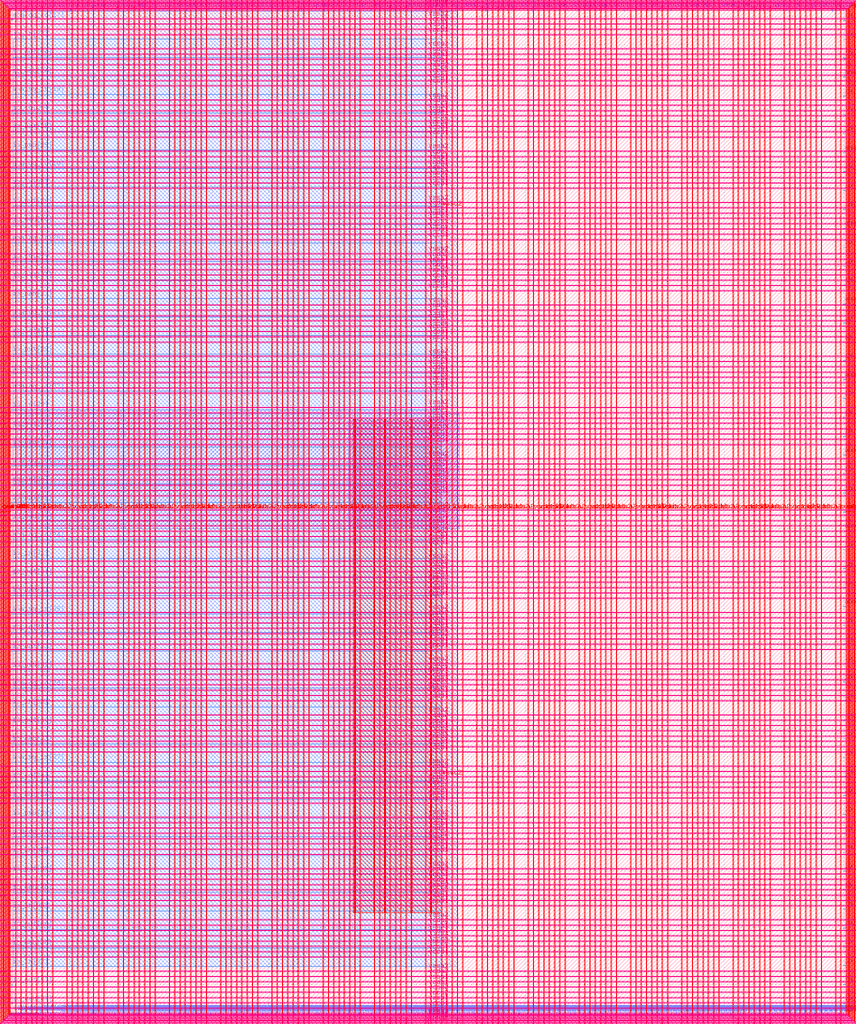
<source format=lef>
VERSION 5.7 ;
  NOWIREEXTENSIONATPIN ON ;
  DIVIDERCHAR "/" ;
  BUSBITCHARS "[]" ;
MACRO user_project_wrapper
  CLASS BLOCK ;
  FOREIGN user_project_wrapper ;
  ORIGIN 0.000 0.000 ;
  SIZE 2920.000 BY 3520.000 ;
  PIN analog_io[0]
    DIRECTION INOUT ;
    USE SIGNAL ;
    PORT
      LAYER met3 ;
        RECT 2917.600 1426.380 2924.800 1427.580 ;
    END
  END analog_io[0]
  PIN analog_io[10]
    DIRECTION INOUT ;
    USE SIGNAL ;
    PORT
      LAYER met2 ;
        RECT 2230.490 3517.600 2231.050 3524.800 ;
    END
  END analog_io[10]
  PIN analog_io[11]
    DIRECTION INOUT ;
    USE SIGNAL ;
    PORT
      LAYER met2 ;
        RECT 1905.730 3517.600 1906.290 3524.800 ;
    END
  END analog_io[11]
  PIN analog_io[12]
    DIRECTION INOUT ;
    USE SIGNAL ;
    PORT
      LAYER met2 ;
        RECT 1581.430 3517.600 1581.990 3524.800 ;
    END
  END analog_io[12]
  PIN analog_io[13]
    DIRECTION INOUT ;
    USE SIGNAL ;
    PORT
      LAYER met2 ;
        RECT 1257.130 3517.600 1257.690 3524.800 ;
    END
  END analog_io[13]
  PIN analog_io[14]
    DIRECTION INOUT ;
    USE SIGNAL ;
    PORT
      LAYER met2 ;
        RECT 932.370 3517.600 932.930 3524.800 ;
    END
  END analog_io[14]
  PIN analog_io[15]
    DIRECTION INOUT ;
    USE SIGNAL ;
    PORT
      LAYER met2 ;
        RECT 608.070 3517.600 608.630 3524.800 ;
    END
  END analog_io[15]
  PIN analog_io[16]
    DIRECTION INOUT ;
    USE SIGNAL ;
    PORT
      LAYER met2 ;
        RECT 283.770 3517.600 284.330 3524.800 ;
    END
  END analog_io[16]
  PIN analog_io[17]
    DIRECTION INOUT ;
    USE SIGNAL ;
    PORT
      LAYER met3 ;
        RECT -4.800 3486.100 2.400 3487.300 ;
    END
  END analog_io[17]
  PIN analog_io[18]
    DIRECTION INOUT ;
    USE SIGNAL ;
    PORT
      LAYER met3 ;
        RECT -4.800 3224.980 2.400 3226.180 ;
    END
  END analog_io[18]
  PIN analog_io[19]
    DIRECTION INOUT ;
    USE SIGNAL ;
    PORT
      LAYER met3 ;
        RECT -4.800 2964.540 2.400 2965.740 ;
    END
  END analog_io[19]
  PIN analog_io[1]
    DIRECTION INOUT ;
    USE SIGNAL ;
    PORT
      LAYER met3 ;
        RECT 2917.600 1692.260 2924.800 1693.460 ;
    END
  END analog_io[1]
  PIN analog_io[20]
    DIRECTION INOUT ;
    USE SIGNAL ;
    PORT
      LAYER met3 ;
        RECT -4.800 2703.420 2.400 2704.620 ;
    END
  END analog_io[20]
  PIN analog_io[21]
    DIRECTION INOUT ;
    USE SIGNAL ;
    PORT
      LAYER met3 ;
        RECT -4.800 2442.980 2.400 2444.180 ;
    END
  END analog_io[21]
  PIN analog_io[22]
    DIRECTION INOUT ;
    USE SIGNAL ;
    PORT
      LAYER met3 ;
        RECT -4.800 2182.540 2.400 2183.740 ;
    END
  END analog_io[22]
  PIN analog_io[23]
    DIRECTION INOUT ;
    USE SIGNAL ;
    PORT
      LAYER met3 ;
        RECT -4.800 1921.420 2.400 1922.620 ;
    END
  END analog_io[23]
  PIN analog_io[24]
    DIRECTION INOUT ;
    USE SIGNAL ;
    PORT
      LAYER met3 ;
        RECT -4.800 1660.980 2.400 1662.180 ;
    END
  END analog_io[24]
  PIN analog_io[25]
    DIRECTION INOUT ;
    USE SIGNAL ;
    PORT
      LAYER met3 ;
        RECT -4.800 1399.860 2.400 1401.060 ;
    END
  END analog_io[25]
  PIN analog_io[26]
    DIRECTION INOUT ;
    USE SIGNAL ;
    PORT
      LAYER met3 ;
        RECT -4.800 1139.420 2.400 1140.620 ;
    END
  END analog_io[26]
  PIN analog_io[27]
    DIRECTION INOUT ;
    USE SIGNAL ;
    PORT
      LAYER met3 ;
        RECT -4.800 878.980 2.400 880.180 ;
    END
  END analog_io[27]
  PIN analog_io[28]
    DIRECTION INOUT ;
    USE SIGNAL ;
    PORT
      LAYER met3 ;
        RECT -4.800 617.860 2.400 619.060 ;
    END
  END analog_io[28]
  PIN analog_io[2]
    DIRECTION INOUT ;
    USE SIGNAL ;
    PORT
      LAYER met3 ;
        RECT 2917.600 1958.140 2924.800 1959.340 ;
    END
  END analog_io[2]
  PIN analog_io[3]
    DIRECTION INOUT ;
    USE SIGNAL ;
    PORT
      LAYER met3 ;
        RECT 2917.600 2223.340 2924.800 2224.540 ;
    END
  END analog_io[3]
  PIN analog_io[4]
    DIRECTION INOUT ;
    USE SIGNAL ;
    PORT
      LAYER met3 ;
        RECT 2917.600 2489.220 2924.800 2490.420 ;
    END
  END analog_io[4]
  PIN analog_io[5]
    DIRECTION INOUT ;
    USE SIGNAL ;
    PORT
      LAYER met3 ;
        RECT 2917.600 2755.100 2924.800 2756.300 ;
    END
  END analog_io[5]
  PIN analog_io[6]
    DIRECTION INOUT ;
    USE SIGNAL ;
    PORT
      LAYER met3 ;
        RECT 2917.600 3020.300 2924.800 3021.500 ;
    END
  END analog_io[6]
  PIN analog_io[7]
    DIRECTION INOUT ;
    USE SIGNAL ;
    PORT
      LAYER met3 ;
        RECT 2917.600 3286.180 2924.800 3287.380 ;
    END
  END analog_io[7]
  PIN analog_io[8]
    DIRECTION INOUT ;
    USE SIGNAL ;
    PORT
      LAYER met2 ;
        RECT 2879.090 3517.600 2879.650 3524.800 ;
    END
  END analog_io[8]
  PIN analog_io[9]
    DIRECTION INOUT ;
    USE SIGNAL ;
    PORT
      LAYER met2 ;
        RECT 2554.790 3517.600 2555.350 3524.800 ;
    END
  END analog_io[9]
  PIN io_in[0]
    DIRECTION INPUT ;
    USE SIGNAL ;
    PORT
      LAYER met3 ;
        RECT 2917.600 32.380 2924.800 33.580 ;
    END
  END io_in[0]
  PIN io_in[10]
    DIRECTION INPUT ;
    USE SIGNAL ;
    PORT
      LAYER met3 ;
        RECT 2917.600 2289.980 2924.800 2291.180 ;
    END
  END io_in[10]
  PIN io_in[11]
    DIRECTION INPUT ;
    USE SIGNAL ;
    PORT
      LAYER met3 ;
        RECT 2917.600 2555.860 2924.800 2557.060 ;
    END
  END io_in[11]
  PIN io_in[12]
    DIRECTION INPUT ;
    USE SIGNAL ;
    PORT
      LAYER met3 ;
        RECT 2917.600 2821.060 2924.800 2822.260 ;
    END
  END io_in[12]
  PIN io_in[13]
    DIRECTION INPUT ;
    USE SIGNAL ;
    PORT
      LAYER met3 ;
        RECT 2917.600 3086.940 2924.800 3088.140 ;
    END
  END io_in[13]
  PIN io_in[14]
    DIRECTION INPUT ;
    USE SIGNAL ;
    PORT
      LAYER met3 ;
        RECT 2917.600 3352.820 2924.800 3354.020 ;
    END
  END io_in[14]
  PIN io_in[15]
    DIRECTION INPUT ;
    USE SIGNAL ;
    PORT
      LAYER met2 ;
        RECT 2798.130 3517.600 2798.690 3524.800 ;
    END
  END io_in[15]
  PIN io_in[16]
    DIRECTION INPUT ;
    USE SIGNAL ;
    PORT
      LAYER met2 ;
        RECT 2473.830 3517.600 2474.390 3524.800 ;
    END
  END io_in[16]
  PIN io_in[17]
    DIRECTION INPUT ;
    USE SIGNAL ;
    PORT
      LAYER met2 ;
        RECT 2149.070 3517.600 2149.630 3524.800 ;
    END
  END io_in[17]
  PIN io_in[18]
    DIRECTION INPUT ;
    USE SIGNAL ;
    PORT
      LAYER met2 ;
        RECT 1824.770 3517.600 1825.330 3524.800 ;
    END
  END io_in[18]
  PIN io_in[19]
    DIRECTION INPUT ;
    USE SIGNAL ;
    PORT
      LAYER met2 ;
        RECT 1500.470 3517.600 1501.030 3524.800 ;
    END
  END io_in[19]
  PIN io_in[1]
    DIRECTION INPUT ;
    USE SIGNAL ;
    PORT
      LAYER met3 ;
        RECT 2917.600 230.940 2924.800 232.140 ;
    END
  END io_in[1]
  PIN io_in[20]
    DIRECTION INPUT ;
    USE SIGNAL ;
    PORT
      LAYER met2 ;
        RECT 1175.710 3517.600 1176.270 3524.800 ;
    END
  END io_in[20]
  PIN io_in[21]
    DIRECTION INPUT ;
    USE SIGNAL ;
    PORT
      LAYER met2 ;
        RECT 851.410 3517.600 851.970 3524.800 ;
    END
  END io_in[21]
  PIN io_in[22]
    DIRECTION INPUT ;
    USE SIGNAL ;
    PORT
      LAYER met2 ;
        RECT 527.110 3517.600 527.670 3524.800 ;
    END
  END io_in[22]
  PIN io_in[23]
    DIRECTION INPUT ;
    USE SIGNAL ;
    PORT
      LAYER met2 ;
        RECT 202.350 3517.600 202.910 3524.800 ;
    END
  END io_in[23]
  PIN io_in[24]
    DIRECTION INPUT ;
    USE SIGNAL ;
    PORT
      LAYER met3 ;
        RECT -4.800 3420.820 2.400 3422.020 ;
    END
  END io_in[24]
  PIN io_in[25]
    DIRECTION INPUT ;
    USE SIGNAL ;
    PORT
      LAYER met3 ;
        RECT -4.800 3159.700 2.400 3160.900 ;
    END
  END io_in[25]
  PIN io_in[26]
    DIRECTION INPUT ;
    USE SIGNAL ;
    PORT
      LAYER met3 ;
        RECT -4.800 2899.260 2.400 2900.460 ;
    END
  END io_in[26]
  PIN io_in[27]
    DIRECTION INPUT ;
    USE SIGNAL ;
    PORT
      LAYER met3 ;
        RECT -4.800 2638.820 2.400 2640.020 ;
    END
  END io_in[27]
  PIN io_in[28]
    DIRECTION INPUT ;
    USE SIGNAL ;
    PORT
      LAYER met3 ;
        RECT -4.800 2377.700 2.400 2378.900 ;
    END
  END io_in[28]
  PIN io_in[29]
    DIRECTION INPUT ;
    USE SIGNAL ;
    PORT
      LAYER met3 ;
        RECT -4.800 2117.260 2.400 2118.460 ;
    END
  END io_in[29]
  PIN io_in[2]
    DIRECTION INPUT ;
    USE SIGNAL ;
    PORT
      LAYER met3 ;
        RECT 2917.600 430.180 2924.800 431.380 ;
    END
  END io_in[2]
  PIN io_in[30]
    DIRECTION INPUT ;
    USE SIGNAL ;
    PORT
      LAYER met3 ;
        RECT -4.800 1856.140 2.400 1857.340 ;
    END
  END io_in[30]
  PIN io_in[31]
    DIRECTION INPUT ;
    USE SIGNAL ;
    PORT
      LAYER met3 ;
        RECT -4.800 1595.700 2.400 1596.900 ;
    END
  END io_in[31]
  PIN io_in[32]
    DIRECTION INPUT ;
    USE SIGNAL ;
    PORT
      LAYER met3 ;
        RECT -4.800 1335.260 2.400 1336.460 ;
    END
  END io_in[32]
  PIN io_in[33]
    DIRECTION INPUT ;
    USE SIGNAL ;
    PORT
      LAYER met3 ;
        RECT -4.800 1074.140 2.400 1075.340 ;
    END
  END io_in[33]
  PIN io_in[34]
    DIRECTION INPUT ;
    USE SIGNAL ;
    PORT
      LAYER met3 ;
        RECT -4.800 813.700 2.400 814.900 ;
    END
  END io_in[34]
  PIN io_in[35]
    DIRECTION INPUT ;
    USE SIGNAL ;
    PORT
      LAYER met3 ;
        RECT -4.800 552.580 2.400 553.780 ;
    END
  END io_in[35]
  PIN io_in[36]
    DIRECTION INPUT ;
    USE SIGNAL ;
    PORT
      LAYER met3 ;
        RECT -4.800 357.420 2.400 358.620 ;
    END
  END io_in[36]
  PIN io_in[37]
    DIRECTION INPUT ;
    USE SIGNAL ;
    PORT
      LAYER met3 ;
        RECT -4.800 161.580 2.400 162.780 ;
    END
  END io_in[37]
  PIN io_in[3]
    DIRECTION INPUT ;
    USE SIGNAL ;
    PORT
      LAYER met3 ;
        RECT 2917.600 629.420 2924.800 630.620 ;
    END
  END io_in[3]
  PIN io_in[4]
    DIRECTION INPUT ;
    USE SIGNAL ;
    PORT
      LAYER met3 ;
        RECT 2917.600 828.660 2924.800 829.860 ;
    END
  END io_in[4]
  PIN io_in[5]
    DIRECTION INPUT ;
    USE SIGNAL ;
    PORT
      LAYER met3 ;
        RECT 2917.600 1027.900 2924.800 1029.100 ;
    END
  END io_in[5]
  PIN io_in[6]
    DIRECTION INPUT ;
    USE SIGNAL ;
    PORT
      LAYER met3 ;
        RECT 2917.600 1227.140 2924.800 1228.340 ;
    END
  END io_in[6]
  PIN io_in[7]
    DIRECTION INPUT ;
    USE SIGNAL ;
    PORT
      LAYER met3 ;
        RECT 2917.600 1493.020 2924.800 1494.220 ;
    END
  END io_in[7]
  PIN io_in[8]
    DIRECTION INPUT ;
    USE SIGNAL ;
    PORT
      LAYER met3 ;
        RECT 2917.600 1758.900 2924.800 1760.100 ;
    END
  END io_in[8]
  PIN io_in[9]
    DIRECTION INPUT ;
    USE SIGNAL ;
    PORT
      LAYER met3 ;
        RECT 2917.600 2024.100 2924.800 2025.300 ;
    END
  END io_in[9]
  PIN io_oeb[0]
    DIRECTION OUTPUT TRISTATE ;
    USE SIGNAL ;
    PORT
      LAYER met3 ;
        RECT 2917.600 164.980 2924.800 166.180 ;
    END
  END io_oeb[0]
  PIN io_oeb[10]
    DIRECTION OUTPUT TRISTATE ;
    USE SIGNAL ;
    PORT
      LAYER met3 ;
        RECT 2917.600 2422.580 2924.800 2423.780 ;
    END
  END io_oeb[10]
  PIN io_oeb[11]
    DIRECTION OUTPUT TRISTATE ;
    USE SIGNAL ;
    PORT
      LAYER met3 ;
        RECT 2917.600 2688.460 2924.800 2689.660 ;
    END
  END io_oeb[11]
  PIN io_oeb[12]
    DIRECTION OUTPUT TRISTATE ;
    USE SIGNAL ;
    PORT
      LAYER met3 ;
        RECT 2917.600 2954.340 2924.800 2955.540 ;
    END
  END io_oeb[12]
  PIN io_oeb[13]
    DIRECTION OUTPUT TRISTATE ;
    USE SIGNAL ;
    PORT
      LAYER met3 ;
        RECT 2917.600 3219.540 2924.800 3220.740 ;
    END
  END io_oeb[13]
  PIN io_oeb[14]
    DIRECTION OUTPUT TRISTATE ;
    USE SIGNAL ;
    PORT
      LAYER met3 ;
        RECT 2917.600 3485.420 2924.800 3486.620 ;
    END
  END io_oeb[14]
  PIN io_oeb[15]
    DIRECTION OUTPUT TRISTATE ;
    USE SIGNAL ;
    PORT
      LAYER met2 ;
        RECT 2635.750 3517.600 2636.310 3524.800 ;
    END
  END io_oeb[15]
  PIN io_oeb[16]
    DIRECTION OUTPUT TRISTATE ;
    USE SIGNAL ;
    PORT
      LAYER met2 ;
        RECT 2311.450 3517.600 2312.010 3524.800 ;
    END
  END io_oeb[16]
  PIN io_oeb[17]
    DIRECTION OUTPUT TRISTATE ;
    USE SIGNAL ;
    PORT
      LAYER met2 ;
        RECT 1987.150 3517.600 1987.710 3524.800 ;
    END
  END io_oeb[17]
  PIN io_oeb[18]
    DIRECTION OUTPUT TRISTATE ;
    USE SIGNAL ;
    PORT
      LAYER met2 ;
        RECT 1662.390 3517.600 1662.950 3524.800 ;
    END
  END io_oeb[18]
  PIN io_oeb[19]
    DIRECTION OUTPUT TRISTATE ;
    USE SIGNAL ;
    PORT
      LAYER met2 ;
        RECT 1338.090 3517.600 1338.650 3524.800 ;
    END
  END io_oeb[19]
  PIN io_oeb[1]
    DIRECTION OUTPUT TRISTATE ;
    USE SIGNAL ;
    PORT
      LAYER met3 ;
        RECT 2917.600 364.220 2924.800 365.420 ;
    END
  END io_oeb[1]
  PIN io_oeb[20]
    DIRECTION OUTPUT TRISTATE ;
    USE SIGNAL ;
    PORT
      LAYER met2 ;
        RECT 1013.790 3517.600 1014.350 3524.800 ;
    END
  END io_oeb[20]
  PIN io_oeb[21]
    DIRECTION OUTPUT TRISTATE ;
    USE SIGNAL ;
    PORT
      LAYER met2 ;
        RECT 689.030 3517.600 689.590 3524.800 ;
    END
  END io_oeb[21]
  PIN io_oeb[22]
    DIRECTION OUTPUT TRISTATE ;
    USE SIGNAL ;
    PORT
      LAYER met2 ;
        RECT 364.730 3517.600 365.290 3524.800 ;
    END
  END io_oeb[22]
  PIN io_oeb[23]
    DIRECTION OUTPUT TRISTATE ;
    USE SIGNAL ;
    PORT
      LAYER met2 ;
        RECT 40.430 3517.600 40.990 3524.800 ;
    END
  END io_oeb[23]
  PIN io_oeb[24]
    DIRECTION OUTPUT TRISTATE ;
    USE SIGNAL ;
    PORT
      LAYER met3 ;
        RECT -4.800 3290.260 2.400 3291.460 ;
    END
  END io_oeb[24]
  PIN io_oeb[25]
    DIRECTION OUTPUT TRISTATE ;
    USE SIGNAL ;
    PORT
      LAYER met3 ;
        RECT -4.800 3029.820 2.400 3031.020 ;
    END
  END io_oeb[25]
  PIN io_oeb[26]
    DIRECTION OUTPUT TRISTATE ;
    USE SIGNAL ;
    PORT
      LAYER met3 ;
        RECT -4.800 2768.700 2.400 2769.900 ;
    END
  END io_oeb[26]
  PIN io_oeb[27]
    DIRECTION OUTPUT TRISTATE ;
    USE SIGNAL ;
    PORT
      LAYER met3 ;
        RECT -4.800 2508.260 2.400 2509.460 ;
    END
  END io_oeb[27]
  PIN io_oeb[28]
    DIRECTION OUTPUT TRISTATE ;
    USE SIGNAL ;
    PORT
      LAYER met3 ;
        RECT -4.800 2247.140 2.400 2248.340 ;
    END
  END io_oeb[28]
  PIN io_oeb[29]
    DIRECTION OUTPUT TRISTATE ;
    USE SIGNAL ;
    PORT
      LAYER met3 ;
        RECT -4.800 1986.700 2.400 1987.900 ;
    END
  END io_oeb[29]
  PIN io_oeb[2]
    DIRECTION OUTPUT TRISTATE ;
    USE SIGNAL ;
    PORT
      LAYER met3 ;
        RECT 2917.600 563.460 2924.800 564.660 ;
    END
  END io_oeb[2]
  PIN io_oeb[30]
    DIRECTION OUTPUT TRISTATE ;
    USE SIGNAL ;
    PORT
      LAYER met3 ;
        RECT -4.800 1726.260 2.400 1727.460 ;
    END
  END io_oeb[30]
  PIN io_oeb[31]
    DIRECTION OUTPUT TRISTATE ;
    USE SIGNAL ;
    PORT
      LAYER met3 ;
        RECT -4.800 1465.140 2.400 1466.340 ;
    END
  END io_oeb[31]
  PIN io_oeb[32]
    DIRECTION OUTPUT TRISTATE ;
    USE SIGNAL ;
    PORT
      LAYER met3 ;
        RECT -4.800 1204.700 2.400 1205.900 ;
    END
  END io_oeb[32]
  PIN io_oeb[33]
    DIRECTION OUTPUT TRISTATE ;
    USE SIGNAL ;
    PORT
      LAYER met3 ;
        RECT -4.800 943.580 2.400 944.780 ;
    END
  END io_oeb[33]
  PIN io_oeb[34]
    DIRECTION OUTPUT TRISTATE ;
    USE SIGNAL ;
    PORT
      LAYER met3 ;
        RECT -4.800 683.140 2.400 684.340 ;
    END
  END io_oeb[34]
  PIN io_oeb[35]
    DIRECTION OUTPUT TRISTATE ;
    USE SIGNAL ;
    PORT
      LAYER met3 ;
        RECT -4.800 422.700 2.400 423.900 ;
    END
  END io_oeb[35]
  PIN io_oeb[36]
    DIRECTION OUTPUT TRISTATE ;
    USE SIGNAL ;
    PORT
      LAYER met3 ;
        RECT -4.800 226.860 2.400 228.060 ;
    END
  END io_oeb[36]
  PIN io_oeb[37]
    DIRECTION OUTPUT TRISTATE ;
    USE SIGNAL ;
    PORT
      LAYER met3 ;
        RECT -4.800 31.700 2.400 32.900 ;
    END
  END io_oeb[37]
  PIN io_oeb[3]
    DIRECTION OUTPUT TRISTATE ;
    USE SIGNAL ;
    PORT
      LAYER met3 ;
        RECT 2917.600 762.700 2924.800 763.900 ;
    END
  END io_oeb[3]
  PIN io_oeb[4]
    DIRECTION OUTPUT TRISTATE ;
    USE SIGNAL ;
    PORT
      LAYER met3 ;
        RECT 2917.600 961.940 2924.800 963.140 ;
    END
  END io_oeb[4]
  PIN io_oeb[5]
    DIRECTION OUTPUT TRISTATE ;
    USE SIGNAL ;
    PORT
      LAYER met3 ;
        RECT 2917.600 1161.180 2924.800 1162.380 ;
    END
  END io_oeb[5]
  PIN io_oeb[6]
    DIRECTION OUTPUT TRISTATE ;
    USE SIGNAL ;
    PORT
      LAYER met3 ;
        RECT 2917.600 1360.420 2924.800 1361.620 ;
    END
  END io_oeb[6]
  PIN io_oeb[7]
    DIRECTION OUTPUT TRISTATE ;
    USE SIGNAL ;
    PORT
      LAYER met3 ;
        RECT 2917.600 1625.620 2924.800 1626.820 ;
    END
  END io_oeb[7]
  PIN io_oeb[8]
    DIRECTION OUTPUT TRISTATE ;
    USE SIGNAL ;
    PORT
      LAYER met3 ;
        RECT 2917.600 1891.500 2924.800 1892.700 ;
    END
  END io_oeb[8]
  PIN io_oeb[9]
    DIRECTION OUTPUT TRISTATE ;
    USE SIGNAL ;
    PORT
      LAYER met3 ;
        RECT 2917.600 2157.380 2924.800 2158.580 ;
    END
  END io_oeb[9]
  PIN io_out[0]
    DIRECTION OUTPUT TRISTATE ;
    USE SIGNAL ;
    PORT
      LAYER met3 ;
        RECT 2917.600 98.340 2924.800 99.540 ;
    END
  END io_out[0]
  PIN io_out[10]
    DIRECTION OUTPUT TRISTATE ;
    USE SIGNAL ;
    PORT
      LAYER met3 ;
        RECT 2917.600 2356.620 2924.800 2357.820 ;
    END
  END io_out[10]
  PIN io_out[11]
    DIRECTION OUTPUT TRISTATE ;
    USE SIGNAL ;
    PORT
      LAYER met3 ;
        RECT 2917.600 2621.820 2924.800 2623.020 ;
    END
  END io_out[11]
  PIN io_out[12]
    DIRECTION OUTPUT TRISTATE ;
    USE SIGNAL ;
    PORT
      LAYER met3 ;
        RECT 2917.600 2887.700 2924.800 2888.900 ;
    END
  END io_out[12]
  PIN io_out[13]
    DIRECTION OUTPUT TRISTATE ;
    USE SIGNAL ;
    PORT
      LAYER met3 ;
        RECT 2917.600 3153.580 2924.800 3154.780 ;
    END
  END io_out[13]
  PIN io_out[14]
    DIRECTION OUTPUT TRISTATE ;
    USE SIGNAL ;
    PORT
      LAYER met3 ;
        RECT 2917.600 3418.780 2924.800 3419.980 ;
    END
  END io_out[14]
  PIN io_out[15]
    DIRECTION OUTPUT TRISTATE ;
    USE SIGNAL ;
    PORT
      LAYER met2 ;
        RECT 2717.170 3517.600 2717.730 3524.800 ;
    END
  END io_out[15]
  PIN io_out[16]
    DIRECTION OUTPUT TRISTATE ;
    USE SIGNAL ;
    PORT
      LAYER met2 ;
        RECT 2392.410 3517.600 2392.970 3524.800 ;
    END
  END io_out[16]
  PIN io_out[17]
    DIRECTION OUTPUT TRISTATE ;
    USE SIGNAL ;
    PORT
      LAYER met2 ;
        RECT 2068.110 3517.600 2068.670 3524.800 ;
    END
  END io_out[17]
  PIN io_out[18]
    DIRECTION OUTPUT TRISTATE ;
    USE SIGNAL ;
    PORT
      LAYER met2 ;
        RECT 1743.810 3517.600 1744.370 3524.800 ;
    END
  END io_out[18]
  PIN io_out[19]
    DIRECTION OUTPUT TRISTATE ;
    USE SIGNAL ;
    PORT
      LAYER met2 ;
        RECT 1419.050 3517.600 1419.610 3524.800 ;
    END
  END io_out[19]
  PIN io_out[1]
    DIRECTION OUTPUT TRISTATE ;
    USE SIGNAL ;
    PORT
      LAYER met3 ;
        RECT 2917.600 297.580 2924.800 298.780 ;
    END
  END io_out[1]
  PIN io_out[20]
    DIRECTION OUTPUT TRISTATE ;
    USE SIGNAL ;
    PORT
      LAYER met2 ;
        RECT 1094.750 3517.600 1095.310 3524.800 ;
    END
  END io_out[20]
  PIN io_out[21]
    DIRECTION OUTPUT TRISTATE ;
    USE SIGNAL ;
    PORT
      LAYER met2 ;
        RECT 770.450 3517.600 771.010 3524.800 ;
    END
  END io_out[21]
  PIN io_out[22]
    DIRECTION OUTPUT TRISTATE ;
    USE SIGNAL ;
    PORT
      LAYER met2 ;
        RECT 445.690 3517.600 446.250 3524.800 ;
    END
  END io_out[22]
  PIN io_out[23]
    DIRECTION OUTPUT TRISTATE ;
    USE SIGNAL ;
    PORT
      LAYER met2 ;
        RECT 121.390 3517.600 121.950 3524.800 ;
    END
  END io_out[23]
  PIN io_out[24]
    DIRECTION OUTPUT TRISTATE ;
    USE SIGNAL ;
    PORT
      LAYER met3 ;
        RECT -4.800 3355.540 2.400 3356.740 ;
    END
  END io_out[24]
  PIN io_out[25]
    DIRECTION OUTPUT TRISTATE ;
    USE SIGNAL ;
    PORT
      LAYER met3 ;
        RECT -4.800 3095.100 2.400 3096.300 ;
    END
  END io_out[25]
  PIN io_out[26]
    DIRECTION OUTPUT TRISTATE ;
    USE SIGNAL ;
    PORT
      LAYER met3 ;
        RECT -4.800 2833.980 2.400 2835.180 ;
    END
  END io_out[26]
  PIN io_out[27]
    DIRECTION OUTPUT TRISTATE ;
    USE SIGNAL ;
    PORT
      LAYER met3 ;
        RECT -4.800 2573.540 2.400 2574.740 ;
    END
  END io_out[27]
  PIN io_out[28]
    DIRECTION OUTPUT TRISTATE ;
    USE SIGNAL ;
    PORT
      LAYER met3 ;
        RECT -4.800 2312.420 2.400 2313.620 ;
    END
  END io_out[28]
  PIN io_out[29]
    DIRECTION OUTPUT TRISTATE ;
    USE SIGNAL ;
    PORT
      LAYER met3 ;
        RECT -4.800 2051.980 2.400 2053.180 ;
    END
  END io_out[29]
  PIN io_out[2]
    DIRECTION OUTPUT TRISTATE ;
    USE SIGNAL ;
    PORT
      LAYER met3 ;
        RECT 2917.600 496.820 2924.800 498.020 ;
    END
  END io_out[2]
  PIN io_out[30]
    DIRECTION OUTPUT TRISTATE ;
    USE SIGNAL ;
    PORT
      LAYER met3 ;
        RECT -4.800 1791.540 2.400 1792.740 ;
    END
  END io_out[30]
  PIN io_out[31]
    DIRECTION OUTPUT TRISTATE ;
    USE SIGNAL ;
    PORT
      LAYER met3 ;
        RECT -4.800 1530.420 2.400 1531.620 ;
    END
  END io_out[31]
  PIN io_out[32]
    DIRECTION OUTPUT TRISTATE ;
    USE SIGNAL ;
    PORT
      LAYER met3 ;
        RECT -4.800 1269.980 2.400 1271.180 ;
    END
  END io_out[32]
  PIN io_out[33]
    DIRECTION OUTPUT TRISTATE ;
    USE SIGNAL ;
    PORT
      LAYER met3 ;
        RECT -4.800 1008.860 2.400 1010.060 ;
    END
  END io_out[33]
  PIN io_out[34]
    DIRECTION OUTPUT TRISTATE ;
    USE SIGNAL ;
    PORT
      LAYER met3 ;
        RECT -4.800 748.420 2.400 749.620 ;
    END
  END io_out[34]
  PIN io_out[35]
    DIRECTION OUTPUT TRISTATE ;
    USE SIGNAL ;
    PORT
      LAYER met3 ;
        RECT -4.800 487.300 2.400 488.500 ;
    END
  END io_out[35]
  PIN io_out[36]
    DIRECTION OUTPUT TRISTATE ;
    USE SIGNAL ;
    PORT
      LAYER met3 ;
        RECT -4.800 292.140 2.400 293.340 ;
    END
  END io_out[36]
  PIN io_out[37]
    DIRECTION OUTPUT TRISTATE ;
    USE SIGNAL ;
    PORT
      LAYER met3 ;
        RECT -4.800 96.300 2.400 97.500 ;
    END
  END io_out[37]
  PIN io_out[3]
    DIRECTION OUTPUT TRISTATE ;
    USE SIGNAL ;
    PORT
      LAYER met3 ;
        RECT 2917.600 696.060 2924.800 697.260 ;
    END
  END io_out[3]
  PIN io_out[4]
    DIRECTION OUTPUT TRISTATE ;
    USE SIGNAL ;
    PORT
      LAYER met3 ;
        RECT 2917.600 895.300 2924.800 896.500 ;
    END
  END io_out[4]
  PIN io_out[5]
    DIRECTION OUTPUT TRISTATE ;
    USE SIGNAL ;
    PORT
      LAYER met3 ;
        RECT 2917.600 1094.540 2924.800 1095.740 ;
    END
  END io_out[5]
  PIN io_out[6]
    DIRECTION OUTPUT TRISTATE ;
    USE SIGNAL ;
    PORT
      LAYER met3 ;
        RECT 2917.600 1293.780 2924.800 1294.980 ;
    END
  END io_out[6]
  PIN io_out[7]
    DIRECTION OUTPUT TRISTATE ;
    USE SIGNAL ;
    PORT
      LAYER met3 ;
        RECT 2917.600 1559.660 2924.800 1560.860 ;
    END
  END io_out[7]
  PIN io_out[8]
    DIRECTION OUTPUT TRISTATE ;
    USE SIGNAL ;
    PORT
      LAYER met3 ;
        RECT 2917.600 1824.860 2924.800 1826.060 ;
    END
  END io_out[8]
  PIN io_out[9]
    DIRECTION OUTPUT TRISTATE ;
    USE SIGNAL ;
    PORT
      LAYER met3 ;
        RECT 2917.600 2090.740 2924.800 2091.940 ;
    END
  END io_out[9]
  PIN la_data_in[0]
    DIRECTION INPUT ;
    USE SIGNAL ;
    PORT
      LAYER met2 ;
        RECT 629.230 -4.800 629.790 2.400 ;
    END
  END la_data_in[0]
  PIN la_data_in[100]
    DIRECTION INPUT ;
    USE SIGNAL ;
    PORT
      LAYER met2 ;
        RECT 2402.530 -4.800 2403.090 2.400 ;
    END
  END la_data_in[100]
  PIN la_data_in[101]
    DIRECTION INPUT ;
    USE SIGNAL ;
    PORT
      LAYER met2 ;
        RECT 2420.010 -4.800 2420.570 2.400 ;
    END
  END la_data_in[101]
  PIN la_data_in[102]
    DIRECTION INPUT ;
    USE SIGNAL ;
    PORT
      LAYER met2 ;
        RECT 2437.950 -4.800 2438.510 2.400 ;
    END
  END la_data_in[102]
  PIN la_data_in[103]
    DIRECTION INPUT ;
    USE SIGNAL ;
    PORT
      LAYER met2 ;
        RECT 2455.430 -4.800 2455.990 2.400 ;
    END
  END la_data_in[103]
  PIN la_data_in[104]
    DIRECTION INPUT ;
    USE SIGNAL ;
    PORT
      LAYER met2 ;
        RECT 2473.370 -4.800 2473.930 2.400 ;
    END
  END la_data_in[104]
  PIN la_data_in[105]
    DIRECTION INPUT ;
    USE SIGNAL ;
    PORT
      LAYER met2 ;
        RECT 2490.850 -4.800 2491.410 2.400 ;
    END
  END la_data_in[105]
  PIN la_data_in[106]
    DIRECTION INPUT ;
    USE SIGNAL ;
    PORT
      LAYER met2 ;
        RECT 2508.790 -4.800 2509.350 2.400 ;
    END
  END la_data_in[106]
  PIN la_data_in[107]
    DIRECTION INPUT ;
    USE SIGNAL ;
    PORT
      LAYER met2 ;
        RECT 2526.730 -4.800 2527.290 2.400 ;
    END
  END la_data_in[107]
  PIN la_data_in[108]
    DIRECTION INPUT ;
    USE SIGNAL ;
    PORT
      LAYER met2 ;
        RECT 2544.210 -4.800 2544.770 2.400 ;
    END
  END la_data_in[108]
  PIN la_data_in[109]
    DIRECTION INPUT ;
    USE SIGNAL ;
    PORT
      LAYER met2 ;
        RECT 2562.150 -4.800 2562.710 2.400 ;
    END
  END la_data_in[109]
  PIN la_data_in[10]
    DIRECTION INPUT ;
    USE SIGNAL ;
    PORT
      LAYER met2 ;
        RECT 806.330 -4.800 806.890 2.400 ;
    END
  END la_data_in[10]
  PIN la_data_in[110]
    DIRECTION INPUT ;
    USE SIGNAL ;
    PORT
      LAYER met2 ;
        RECT 2579.630 -4.800 2580.190 2.400 ;
    END
  END la_data_in[110]
  PIN la_data_in[111]
    DIRECTION INPUT ;
    USE SIGNAL ;
    PORT
      LAYER met2 ;
        RECT 2597.570 -4.800 2598.130 2.400 ;
    END
  END la_data_in[111]
  PIN la_data_in[112]
    DIRECTION INPUT ;
    USE SIGNAL ;
    PORT
      LAYER met2 ;
        RECT 2615.050 -4.800 2615.610 2.400 ;
    END
  END la_data_in[112]
  PIN la_data_in[113]
    DIRECTION INPUT ;
    USE SIGNAL ;
    PORT
      LAYER met2 ;
        RECT 2632.990 -4.800 2633.550 2.400 ;
    END
  END la_data_in[113]
  PIN la_data_in[114]
    DIRECTION INPUT ;
    USE SIGNAL ;
    PORT
      LAYER met2 ;
        RECT 2650.470 -4.800 2651.030 2.400 ;
    END
  END la_data_in[114]
  PIN la_data_in[115]
    DIRECTION INPUT ;
    USE SIGNAL ;
    PORT
      LAYER met2 ;
        RECT 2668.410 -4.800 2668.970 2.400 ;
    END
  END la_data_in[115]
  PIN la_data_in[116]
    DIRECTION INPUT ;
    USE SIGNAL ;
    PORT
      LAYER met2 ;
        RECT 2685.890 -4.800 2686.450 2.400 ;
    END
  END la_data_in[116]
  PIN la_data_in[117]
    DIRECTION INPUT ;
    USE SIGNAL ;
    PORT
      LAYER met2 ;
        RECT 2703.830 -4.800 2704.390 2.400 ;
    END
  END la_data_in[117]
  PIN la_data_in[118]
    DIRECTION INPUT ;
    USE SIGNAL ;
    PORT
      LAYER met2 ;
        RECT 2721.770 -4.800 2722.330 2.400 ;
    END
  END la_data_in[118]
  PIN la_data_in[119]
    DIRECTION INPUT ;
    USE SIGNAL ;
    PORT
      LAYER met2 ;
        RECT 2739.250 -4.800 2739.810 2.400 ;
    END
  END la_data_in[119]
  PIN la_data_in[11]
    DIRECTION INPUT ;
    USE SIGNAL ;
    PORT
      LAYER met2 ;
        RECT 824.270 -4.800 824.830 2.400 ;
    END
  END la_data_in[11]
  PIN la_data_in[120]
    DIRECTION INPUT ;
    USE SIGNAL ;
    PORT
      LAYER met2 ;
        RECT 2757.190 -4.800 2757.750 2.400 ;
    END
  END la_data_in[120]
  PIN la_data_in[121]
    DIRECTION INPUT ;
    USE SIGNAL ;
    PORT
      LAYER met2 ;
        RECT 2774.670 -4.800 2775.230 2.400 ;
    END
  END la_data_in[121]
  PIN la_data_in[122]
    DIRECTION INPUT ;
    USE SIGNAL ;
    PORT
      LAYER met2 ;
        RECT 2792.610 -4.800 2793.170 2.400 ;
    END
  END la_data_in[122]
  PIN la_data_in[123]
    DIRECTION INPUT ;
    USE SIGNAL ;
    PORT
      LAYER met2 ;
        RECT 2810.090 -4.800 2810.650 2.400 ;
    END
  END la_data_in[123]
  PIN la_data_in[124]
    DIRECTION INPUT ;
    USE SIGNAL ;
    PORT
      LAYER met2 ;
        RECT 2828.030 -4.800 2828.590 2.400 ;
    END
  END la_data_in[124]
  PIN la_data_in[125]
    DIRECTION INPUT ;
    USE SIGNAL ;
    PORT
      LAYER met2 ;
        RECT 2845.510 -4.800 2846.070 2.400 ;
    END
  END la_data_in[125]
  PIN la_data_in[126]
    DIRECTION INPUT ;
    USE SIGNAL ;
    PORT
      LAYER met2 ;
        RECT 2863.450 -4.800 2864.010 2.400 ;
    END
  END la_data_in[126]
  PIN la_data_in[127]
    DIRECTION INPUT ;
    USE SIGNAL ;
    PORT
      LAYER met2 ;
        RECT 2881.390 -4.800 2881.950 2.400 ;
    END
  END la_data_in[127]
  PIN la_data_in[12]
    DIRECTION INPUT ;
    USE SIGNAL ;
    PORT
      LAYER met2 ;
        RECT 841.750 -4.800 842.310 2.400 ;
    END
  END la_data_in[12]
  PIN la_data_in[13]
    DIRECTION INPUT ;
    USE SIGNAL ;
    PORT
      LAYER met2 ;
        RECT 859.690 -4.800 860.250 2.400 ;
    END
  END la_data_in[13]
  PIN la_data_in[14]
    DIRECTION INPUT ;
    USE SIGNAL ;
    PORT
      LAYER met2 ;
        RECT 877.170 -4.800 877.730 2.400 ;
    END
  END la_data_in[14]
  PIN la_data_in[15]
    DIRECTION INPUT ;
    USE SIGNAL ;
    PORT
      LAYER met2 ;
        RECT 895.110 -4.800 895.670 2.400 ;
    END
  END la_data_in[15]
  PIN la_data_in[16]
    DIRECTION INPUT ;
    USE SIGNAL ;
    PORT
      LAYER met2 ;
        RECT 912.590 -4.800 913.150 2.400 ;
    END
  END la_data_in[16]
  PIN la_data_in[17]
    DIRECTION INPUT ;
    USE SIGNAL ;
    PORT
      LAYER met2 ;
        RECT 930.530 -4.800 931.090 2.400 ;
    END
  END la_data_in[17]
  PIN la_data_in[18]
    DIRECTION INPUT ;
    USE SIGNAL ;
    PORT
      LAYER met2 ;
        RECT 948.470 -4.800 949.030 2.400 ;
    END
  END la_data_in[18]
  PIN la_data_in[19]
    DIRECTION INPUT ;
    USE SIGNAL ;
    PORT
      LAYER met2 ;
        RECT 965.950 -4.800 966.510 2.400 ;
    END
  END la_data_in[19]
  PIN la_data_in[1]
    DIRECTION INPUT ;
    USE SIGNAL ;
    PORT
      LAYER met2 ;
        RECT 646.710 -4.800 647.270 2.400 ;
    END
  END la_data_in[1]
  PIN la_data_in[20]
    DIRECTION INPUT ;
    USE SIGNAL ;
    PORT
      LAYER met2 ;
        RECT 983.890 -4.800 984.450 2.400 ;
    END
  END la_data_in[20]
  PIN la_data_in[21]
    DIRECTION INPUT ;
    USE SIGNAL ;
    PORT
      LAYER met2 ;
        RECT 1001.370 -4.800 1001.930 2.400 ;
    END
  END la_data_in[21]
  PIN la_data_in[22]
    DIRECTION INPUT ;
    USE SIGNAL ;
    PORT
      LAYER met2 ;
        RECT 1019.310 -4.800 1019.870 2.400 ;
    END
  END la_data_in[22]
  PIN la_data_in[23]
    DIRECTION INPUT ;
    USE SIGNAL ;
    PORT
      LAYER met2 ;
        RECT 1036.790 -4.800 1037.350 2.400 ;
    END
  END la_data_in[23]
  PIN la_data_in[24]
    DIRECTION INPUT ;
    USE SIGNAL ;
    PORT
      LAYER met2 ;
        RECT 1054.730 -4.800 1055.290 2.400 ;
    END
  END la_data_in[24]
  PIN la_data_in[25]
    DIRECTION INPUT ;
    USE SIGNAL ;
    PORT
      LAYER met2 ;
        RECT 1072.210 -4.800 1072.770 2.400 ;
    END
  END la_data_in[25]
  PIN la_data_in[26]
    DIRECTION INPUT ;
    USE SIGNAL ;
    PORT
      LAYER met2 ;
        RECT 1090.150 -4.800 1090.710 2.400 ;
    END
  END la_data_in[26]
  PIN la_data_in[27]
    DIRECTION INPUT ;
    USE SIGNAL ;
    PORT
      LAYER met2 ;
        RECT 1107.630 -4.800 1108.190 2.400 ;
    END
  END la_data_in[27]
  PIN la_data_in[28]
    DIRECTION INPUT ;
    USE SIGNAL ;
    PORT
      LAYER met2 ;
        RECT 1125.570 -4.800 1126.130 2.400 ;
    END
  END la_data_in[28]
  PIN la_data_in[29]
    DIRECTION INPUT ;
    USE SIGNAL ;
    PORT
      LAYER met2 ;
        RECT 1143.510 -4.800 1144.070 2.400 ;
    END
  END la_data_in[29]
  PIN la_data_in[2]
    DIRECTION INPUT ;
    USE SIGNAL ;
    PORT
      LAYER met2 ;
        RECT 664.650 -4.800 665.210 2.400 ;
    END
  END la_data_in[2]
  PIN la_data_in[30]
    DIRECTION INPUT ;
    USE SIGNAL ;
    PORT
      LAYER met2 ;
        RECT 1160.990 -4.800 1161.550 2.400 ;
    END
  END la_data_in[30]
  PIN la_data_in[31]
    DIRECTION INPUT ;
    USE SIGNAL ;
    PORT
      LAYER met2 ;
        RECT 1178.930 -4.800 1179.490 2.400 ;
    END
  END la_data_in[31]
  PIN la_data_in[32]
    DIRECTION INPUT ;
    USE SIGNAL ;
    PORT
      LAYER met2 ;
        RECT 1196.410 -4.800 1196.970 2.400 ;
    END
  END la_data_in[32]
  PIN la_data_in[33]
    DIRECTION INPUT ;
    USE SIGNAL ;
    PORT
      LAYER met2 ;
        RECT 1214.350 -4.800 1214.910 2.400 ;
    END
  END la_data_in[33]
  PIN la_data_in[34]
    DIRECTION INPUT ;
    USE SIGNAL ;
    PORT
      LAYER met2 ;
        RECT 1231.830 -4.800 1232.390 2.400 ;
    END
  END la_data_in[34]
  PIN la_data_in[35]
    DIRECTION INPUT ;
    USE SIGNAL ;
    PORT
      LAYER met2 ;
        RECT 1249.770 -4.800 1250.330 2.400 ;
    END
  END la_data_in[35]
  PIN la_data_in[36]
    DIRECTION INPUT ;
    USE SIGNAL ;
    PORT
      LAYER met2 ;
        RECT 1267.250 -4.800 1267.810 2.400 ;
    END
  END la_data_in[36]
  PIN la_data_in[37]
    DIRECTION INPUT ;
    USE SIGNAL ;
    PORT
      LAYER met2 ;
        RECT 1285.190 -4.800 1285.750 2.400 ;
    END
  END la_data_in[37]
  PIN la_data_in[38]
    DIRECTION INPUT ;
    USE SIGNAL ;
    PORT
      LAYER met2 ;
        RECT 1303.130 -4.800 1303.690 2.400 ;
    END
  END la_data_in[38]
  PIN la_data_in[39]
    DIRECTION INPUT ;
    USE SIGNAL ;
    PORT
      LAYER met2 ;
        RECT 1320.610 -4.800 1321.170 2.400 ;
    END
  END la_data_in[39]
  PIN la_data_in[3]
    DIRECTION INPUT ;
    USE SIGNAL ;
    PORT
      LAYER met2 ;
        RECT 682.130 -4.800 682.690 2.400 ;
    END
  END la_data_in[3]
  PIN la_data_in[40]
    DIRECTION INPUT ;
    USE SIGNAL ;
    PORT
      LAYER met2 ;
        RECT 1338.550 -4.800 1339.110 2.400 ;
    END
  END la_data_in[40]
  PIN la_data_in[41]
    DIRECTION INPUT ;
    USE SIGNAL ;
    PORT
      LAYER met2 ;
        RECT 1356.030 -4.800 1356.590 2.400 ;
    END
  END la_data_in[41]
  PIN la_data_in[42]
    DIRECTION INPUT ;
    USE SIGNAL ;
    PORT
      LAYER met2 ;
        RECT 1373.970 -4.800 1374.530 2.400 ;
    END
  END la_data_in[42]
  PIN la_data_in[43]
    DIRECTION INPUT ;
    USE SIGNAL ;
    PORT
      LAYER met2 ;
        RECT 1391.450 -4.800 1392.010 2.400 ;
    END
  END la_data_in[43]
  PIN la_data_in[44]
    DIRECTION INPUT ;
    USE SIGNAL ;
    PORT
      LAYER met2 ;
        RECT 1409.390 -4.800 1409.950 2.400 ;
    END
  END la_data_in[44]
  PIN la_data_in[45]
    DIRECTION INPUT ;
    USE SIGNAL ;
    PORT
      LAYER met2 ;
        RECT 1426.870 -4.800 1427.430 2.400 ;
    END
  END la_data_in[45]
  PIN la_data_in[46]
    DIRECTION INPUT ;
    USE SIGNAL ;
    PORT
      LAYER met2 ;
        RECT 1444.810 -4.800 1445.370 2.400 ;
    END
  END la_data_in[46]
  PIN la_data_in[47]
    DIRECTION INPUT ;
    USE SIGNAL ;
    PORT
      LAYER met2 ;
        RECT 1462.750 -4.800 1463.310 2.400 ;
    END
  END la_data_in[47]
  PIN la_data_in[48]
    DIRECTION INPUT ;
    USE SIGNAL ;
    PORT
      LAYER met2 ;
        RECT 1480.230 -4.800 1480.790 2.400 ;
    END
  END la_data_in[48]
  PIN la_data_in[49]
    DIRECTION INPUT ;
    USE SIGNAL ;
    PORT
      LAYER met2 ;
        RECT 1498.170 -4.800 1498.730 2.400 ;
    END
  END la_data_in[49]
  PIN la_data_in[4]
    DIRECTION INPUT ;
    USE SIGNAL ;
    PORT
      LAYER met2 ;
        RECT 700.070 -4.800 700.630 2.400 ;
    END
  END la_data_in[4]
  PIN la_data_in[50]
    DIRECTION INPUT ;
    USE SIGNAL ;
    PORT
      LAYER met2 ;
        RECT 1515.650 -4.800 1516.210 2.400 ;
    END
  END la_data_in[50]
  PIN la_data_in[51]
    DIRECTION INPUT ;
    USE SIGNAL ;
    PORT
      LAYER met2 ;
        RECT 1533.590 -4.800 1534.150 2.400 ;
    END
  END la_data_in[51]
  PIN la_data_in[52]
    DIRECTION INPUT ;
    USE SIGNAL ;
    PORT
      LAYER met2 ;
        RECT 1551.070 -4.800 1551.630 2.400 ;
    END
  END la_data_in[52]
  PIN la_data_in[53]
    DIRECTION INPUT ;
    USE SIGNAL ;
    PORT
      LAYER met2 ;
        RECT 1569.010 -4.800 1569.570 2.400 ;
    END
  END la_data_in[53]
  PIN la_data_in[54]
    DIRECTION INPUT ;
    USE SIGNAL ;
    PORT
      LAYER met2 ;
        RECT 1586.490 -4.800 1587.050 2.400 ;
    END
  END la_data_in[54]
  PIN la_data_in[55]
    DIRECTION INPUT ;
    USE SIGNAL ;
    PORT
      LAYER met2 ;
        RECT 1604.430 -4.800 1604.990 2.400 ;
    END
  END la_data_in[55]
  PIN la_data_in[56]
    DIRECTION INPUT ;
    USE SIGNAL ;
    PORT
      LAYER met2 ;
        RECT 1621.910 -4.800 1622.470 2.400 ;
    END
  END la_data_in[56]
  PIN la_data_in[57]
    DIRECTION INPUT ;
    USE SIGNAL ;
    PORT
      LAYER met2 ;
        RECT 1639.850 -4.800 1640.410 2.400 ;
    END
  END la_data_in[57]
  PIN la_data_in[58]
    DIRECTION INPUT ;
    USE SIGNAL ;
    PORT
      LAYER met2 ;
        RECT 1657.790 -4.800 1658.350 2.400 ;
    END
  END la_data_in[58]
  PIN la_data_in[59]
    DIRECTION INPUT ;
    USE SIGNAL ;
    PORT
      LAYER met2 ;
        RECT 1675.270 -4.800 1675.830 2.400 ;
    END
  END la_data_in[59]
  PIN la_data_in[5]
    DIRECTION INPUT ;
    USE SIGNAL ;
    PORT
      LAYER met2 ;
        RECT 717.550 -4.800 718.110 2.400 ;
    END
  END la_data_in[5]
  PIN la_data_in[60]
    DIRECTION INPUT ;
    USE SIGNAL ;
    PORT
      LAYER met2 ;
        RECT 1693.210 -4.800 1693.770 2.400 ;
    END
  END la_data_in[60]
  PIN la_data_in[61]
    DIRECTION INPUT ;
    USE SIGNAL ;
    PORT
      LAYER met2 ;
        RECT 1710.690 -4.800 1711.250 2.400 ;
    END
  END la_data_in[61]
  PIN la_data_in[62]
    DIRECTION INPUT ;
    USE SIGNAL ;
    PORT
      LAYER met2 ;
        RECT 1728.630 -4.800 1729.190 2.400 ;
    END
  END la_data_in[62]
  PIN la_data_in[63]
    DIRECTION INPUT ;
    USE SIGNAL ;
    PORT
      LAYER met2 ;
        RECT 1746.110 -4.800 1746.670 2.400 ;
    END
  END la_data_in[63]
  PIN la_data_in[64]
    DIRECTION INPUT ;
    USE SIGNAL ;
    PORT
      LAYER met2 ;
        RECT 1764.050 -4.800 1764.610 2.400 ;
    END
  END la_data_in[64]
  PIN la_data_in[65]
    DIRECTION INPUT ;
    USE SIGNAL ;
    PORT
      LAYER met2 ;
        RECT 1781.530 -4.800 1782.090 2.400 ;
    END
  END la_data_in[65]
  PIN la_data_in[66]
    DIRECTION INPUT ;
    USE SIGNAL ;
    PORT
      LAYER met2 ;
        RECT 1799.470 -4.800 1800.030 2.400 ;
    END
  END la_data_in[66]
  PIN la_data_in[67]
    DIRECTION INPUT ;
    USE SIGNAL ;
    PORT
      LAYER met2 ;
        RECT 1817.410 -4.800 1817.970 2.400 ;
    END
  END la_data_in[67]
  PIN la_data_in[68]
    DIRECTION INPUT ;
    USE SIGNAL ;
    PORT
      LAYER met2 ;
        RECT 1834.890 -4.800 1835.450 2.400 ;
    END
  END la_data_in[68]
  PIN la_data_in[69]
    DIRECTION INPUT ;
    USE SIGNAL ;
    PORT
      LAYER met2 ;
        RECT 1852.830 -4.800 1853.390 2.400 ;
    END
  END la_data_in[69]
  PIN la_data_in[6]
    DIRECTION INPUT ;
    USE SIGNAL ;
    PORT
      LAYER met2 ;
        RECT 735.490 -4.800 736.050 2.400 ;
    END
  END la_data_in[6]
  PIN la_data_in[70]
    DIRECTION INPUT ;
    USE SIGNAL ;
    PORT
      LAYER met2 ;
        RECT 1870.310 -4.800 1870.870 2.400 ;
    END
  END la_data_in[70]
  PIN la_data_in[71]
    DIRECTION INPUT ;
    USE SIGNAL ;
    PORT
      LAYER met2 ;
        RECT 1888.250 -4.800 1888.810 2.400 ;
    END
  END la_data_in[71]
  PIN la_data_in[72]
    DIRECTION INPUT ;
    USE SIGNAL ;
    PORT
      LAYER met2 ;
        RECT 1905.730 -4.800 1906.290 2.400 ;
    END
  END la_data_in[72]
  PIN la_data_in[73]
    DIRECTION INPUT ;
    USE SIGNAL ;
    PORT
      LAYER met2 ;
        RECT 1923.670 -4.800 1924.230 2.400 ;
    END
  END la_data_in[73]
  PIN la_data_in[74]
    DIRECTION INPUT ;
    USE SIGNAL ;
    PORT
      LAYER met2 ;
        RECT 1941.150 -4.800 1941.710 2.400 ;
    END
  END la_data_in[74]
  PIN la_data_in[75]
    DIRECTION INPUT ;
    USE SIGNAL ;
    PORT
      LAYER met2 ;
        RECT 1959.090 -4.800 1959.650 2.400 ;
    END
  END la_data_in[75]
  PIN la_data_in[76]
    DIRECTION INPUT ;
    USE SIGNAL ;
    PORT
      LAYER met2 ;
        RECT 1976.570 -4.800 1977.130 2.400 ;
    END
  END la_data_in[76]
  PIN la_data_in[77]
    DIRECTION INPUT ;
    USE SIGNAL ;
    PORT
      LAYER met2 ;
        RECT 1994.510 -4.800 1995.070 2.400 ;
    END
  END la_data_in[77]
  PIN la_data_in[78]
    DIRECTION INPUT ;
    USE SIGNAL ;
    PORT
      LAYER met2 ;
        RECT 2012.450 -4.800 2013.010 2.400 ;
    END
  END la_data_in[78]
  PIN la_data_in[79]
    DIRECTION INPUT ;
    USE SIGNAL ;
    PORT
      LAYER met2 ;
        RECT 2029.930 -4.800 2030.490 2.400 ;
    END
  END la_data_in[79]
  PIN la_data_in[7]
    DIRECTION INPUT ;
    USE SIGNAL ;
    PORT
      LAYER met2 ;
        RECT 752.970 -4.800 753.530 2.400 ;
    END
  END la_data_in[7]
  PIN la_data_in[80]
    DIRECTION INPUT ;
    USE SIGNAL ;
    PORT
      LAYER met2 ;
        RECT 2047.870 -4.800 2048.430 2.400 ;
    END
  END la_data_in[80]
  PIN la_data_in[81]
    DIRECTION INPUT ;
    USE SIGNAL ;
    PORT
      LAYER met2 ;
        RECT 2065.350 -4.800 2065.910 2.400 ;
    END
  END la_data_in[81]
  PIN la_data_in[82]
    DIRECTION INPUT ;
    USE SIGNAL ;
    PORT
      LAYER met2 ;
        RECT 2083.290 -4.800 2083.850 2.400 ;
    END
  END la_data_in[82]
  PIN la_data_in[83]
    DIRECTION INPUT ;
    USE SIGNAL ;
    PORT
      LAYER met2 ;
        RECT 2100.770 -4.800 2101.330 2.400 ;
    END
  END la_data_in[83]
  PIN la_data_in[84]
    DIRECTION INPUT ;
    USE SIGNAL ;
    PORT
      LAYER met2 ;
        RECT 2118.710 -4.800 2119.270 2.400 ;
    END
  END la_data_in[84]
  PIN la_data_in[85]
    DIRECTION INPUT ;
    USE SIGNAL ;
    PORT
      LAYER met2 ;
        RECT 2136.190 -4.800 2136.750 2.400 ;
    END
  END la_data_in[85]
  PIN la_data_in[86]
    DIRECTION INPUT ;
    USE SIGNAL ;
    PORT
      LAYER met2 ;
        RECT 2154.130 -4.800 2154.690 2.400 ;
    END
  END la_data_in[86]
  PIN la_data_in[87]
    DIRECTION INPUT ;
    USE SIGNAL ;
    PORT
      LAYER met2 ;
        RECT 2172.070 -4.800 2172.630 2.400 ;
    END
  END la_data_in[87]
  PIN la_data_in[88]
    DIRECTION INPUT ;
    USE SIGNAL ;
    PORT
      LAYER met2 ;
        RECT 2189.550 -4.800 2190.110 2.400 ;
    END
  END la_data_in[88]
  PIN la_data_in[89]
    DIRECTION INPUT ;
    USE SIGNAL ;
    PORT
      LAYER met2 ;
        RECT 2207.490 -4.800 2208.050 2.400 ;
    END
  END la_data_in[89]
  PIN la_data_in[8]
    DIRECTION INPUT ;
    USE SIGNAL ;
    PORT
      LAYER met2 ;
        RECT 770.910 -4.800 771.470 2.400 ;
    END
  END la_data_in[8]
  PIN la_data_in[90]
    DIRECTION INPUT ;
    USE SIGNAL ;
    PORT
      LAYER met2 ;
        RECT 2224.970 -4.800 2225.530 2.400 ;
    END
  END la_data_in[90]
  PIN la_data_in[91]
    DIRECTION INPUT ;
    USE SIGNAL ;
    PORT
      LAYER met2 ;
        RECT 2242.910 -4.800 2243.470 2.400 ;
    END
  END la_data_in[91]
  PIN la_data_in[92]
    DIRECTION INPUT ;
    USE SIGNAL ;
    PORT
      LAYER met2 ;
        RECT 2260.390 -4.800 2260.950 2.400 ;
    END
  END la_data_in[92]
  PIN la_data_in[93]
    DIRECTION INPUT ;
    USE SIGNAL ;
    PORT
      LAYER met2 ;
        RECT 2278.330 -4.800 2278.890 2.400 ;
    END
  END la_data_in[93]
  PIN la_data_in[94]
    DIRECTION INPUT ;
    USE SIGNAL ;
    PORT
      LAYER met2 ;
        RECT 2295.810 -4.800 2296.370 2.400 ;
    END
  END la_data_in[94]
  PIN la_data_in[95]
    DIRECTION INPUT ;
    USE SIGNAL ;
    PORT
      LAYER met2 ;
        RECT 2313.750 -4.800 2314.310 2.400 ;
    END
  END la_data_in[95]
  PIN la_data_in[96]
    DIRECTION INPUT ;
    USE SIGNAL ;
    PORT
      LAYER met2 ;
        RECT 2331.230 -4.800 2331.790 2.400 ;
    END
  END la_data_in[96]
  PIN la_data_in[97]
    DIRECTION INPUT ;
    USE SIGNAL ;
    PORT
      LAYER met2 ;
        RECT 2349.170 -4.800 2349.730 2.400 ;
    END
  END la_data_in[97]
  PIN la_data_in[98]
    DIRECTION INPUT ;
    USE SIGNAL ;
    PORT
      LAYER met2 ;
        RECT 2367.110 -4.800 2367.670 2.400 ;
    END
  END la_data_in[98]
  PIN la_data_in[99]
    DIRECTION INPUT ;
    USE SIGNAL ;
    PORT
      LAYER met2 ;
        RECT 2384.590 -4.800 2385.150 2.400 ;
    END
  END la_data_in[99]
  PIN la_data_in[9]
    DIRECTION INPUT ;
    USE SIGNAL ;
    PORT
      LAYER met2 ;
        RECT 788.850 -4.800 789.410 2.400 ;
    END
  END la_data_in[9]
  PIN la_data_out[0]
    DIRECTION OUTPUT TRISTATE ;
    USE SIGNAL ;
    PORT
      LAYER met2 ;
        RECT 634.750 -4.800 635.310 2.400 ;
    END
  END la_data_out[0]
  PIN la_data_out[100]
    DIRECTION OUTPUT TRISTATE ;
    USE SIGNAL ;
    PORT
      LAYER met2 ;
        RECT 2408.510 -4.800 2409.070 2.400 ;
    END
  END la_data_out[100]
  PIN la_data_out[101]
    DIRECTION OUTPUT TRISTATE ;
    USE SIGNAL ;
    PORT
      LAYER met2 ;
        RECT 2425.990 -4.800 2426.550 2.400 ;
    END
  END la_data_out[101]
  PIN la_data_out[102]
    DIRECTION OUTPUT TRISTATE ;
    USE SIGNAL ;
    PORT
      LAYER met2 ;
        RECT 2443.930 -4.800 2444.490 2.400 ;
    END
  END la_data_out[102]
  PIN la_data_out[103]
    DIRECTION OUTPUT TRISTATE ;
    USE SIGNAL ;
    PORT
      LAYER met2 ;
        RECT 2461.410 -4.800 2461.970 2.400 ;
    END
  END la_data_out[103]
  PIN la_data_out[104]
    DIRECTION OUTPUT TRISTATE ;
    USE SIGNAL ;
    PORT
      LAYER met2 ;
        RECT 2479.350 -4.800 2479.910 2.400 ;
    END
  END la_data_out[104]
  PIN la_data_out[105]
    DIRECTION OUTPUT TRISTATE ;
    USE SIGNAL ;
    PORT
      LAYER met2 ;
        RECT 2496.830 -4.800 2497.390 2.400 ;
    END
  END la_data_out[105]
  PIN la_data_out[106]
    DIRECTION OUTPUT TRISTATE ;
    USE SIGNAL ;
    PORT
      LAYER met2 ;
        RECT 2514.770 -4.800 2515.330 2.400 ;
    END
  END la_data_out[106]
  PIN la_data_out[107]
    DIRECTION OUTPUT TRISTATE ;
    USE SIGNAL ;
    PORT
      LAYER met2 ;
        RECT 2532.250 -4.800 2532.810 2.400 ;
    END
  END la_data_out[107]
  PIN la_data_out[108]
    DIRECTION OUTPUT TRISTATE ;
    USE SIGNAL ;
    PORT
      LAYER met2 ;
        RECT 2550.190 -4.800 2550.750 2.400 ;
    END
  END la_data_out[108]
  PIN la_data_out[109]
    DIRECTION OUTPUT TRISTATE ;
    USE SIGNAL ;
    PORT
      LAYER met2 ;
        RECT 2567.670 -4.800 2568.230 2.400 ;
    END
  END la_data_out[109]
  PIN la_data_out[10]
    DIRECTION OUTPUT TRISTATE ;
    USE SIGNAL ;
    PORT
      LAYER met2 ;
        RECT 812.310 -4.800 812.870 2.400 ;
    END
  END la_data_out[10]
  PIN la_data_out[110]
    DIRECTION OUTPUT TRISTATE ;
    USE SIGNAL ;
    PORT
      LAYER met2 ;
        RECT 2585.610 -4.800 2586.170 2.400 ;
    END
  END la_data_out[110]
  PIN la_data_out[111]
    DIRECTION OUTPUT TRISTATE ;
    USE SIGNAL ;
    PORT
      LAYER met2 ;
        RECT 2603.550 -4.800 2604.110 2.400 ;
    END
  END la_data_out[111]
  PIN la_data_out[112]
    DIRECTION OUTPUT TRISTATE ;
    USE SIGNAL ;
    PORT
      LAYER met2 ;
        RECT 2621.030 -4.800 2621.590 2.400 ;
    END
  END la_data_out[112]
  PIN la_data_out[113]
    DIRECTION OUTPUT TRISTATE ;
    USE SIGNAL ;
    PORT
      LAYER met2 ;
        RECT 2638.970 -4.800 2639.530 2.400 ;
    END
  END la_data_out[113]
  PIN la_data_out[114]
    DIRECTION OUTPUT TRISTATE ;
    USE SIGNAL ;
    PORT
      LAYER met2 ;
        RECT 2656.450 -4.800 2657.010 2.400 ;
    END
  END la_data_out[114]
  PIN la_data_out[115]
    DIRECTION OUTPUT TRISTATE ;
    USE SIGNAL ;
    PORT
      LAYER met2 ;
        RECT 2674.390 -4.800 2674.950 2.400 ;
    END
  END la_data_out[115]
  PIN la_data_out[116]
    DIRECTION OUTPUT TRISTATE ;
    USE SIGNAL ;
    PORT
      LAYER met2 ;
        RECT 2691.870 -4.800 2692.430 2.400 ;
    END
  END la_data_out[116]
  PIN la_data_out[117]
    DIRECTION OUTPUT TRISTATE ;
    USE SIGNAL ;
    PORT
      LAYER met2 ;
        RECT 2709.810 -4.800 2710.370 2.400 ;
    END
  END la_data_out[117]
  PIN la_data_out[118]
    DIRECTION OUTPUT TRISTATE ;
    USE SIGNAL ;
    PORT
      LAYER met2 ;
        RECT 2727.290 -4.800 2727.850 2.400 ;
    END
  END la_data_out[118]
  PIN la_data_out[119]
    DIRECTION OUTPUT TRISTATE ;
    USE SIGNAL ;
    PORT
      LAYER met2 ;
        RECT 2745.230 -4.800 2745.790 2.400 ;
    END
  END la_data_out[119]
  PIN la_data_out[11]
    DIRECTION OUTPUT TRISTATE ;
    USE SIGNAL ;
    PORT
      LAYER met2 ;
        RECT 830.250 -4.800 830.810 2.400 ;
    END
  END la_data_out[11]
  PIN la_data_out[120]
    DIRECTION OUTPUT TRISTATE ;
    USE SIGNAL ;
    PORT
      LAYER met2 ;
        RECT 2763.170 -4.800 2763.730 2.400 ;
    END
  END la_data_out[120]
  PIN la_data_out[121]
    DIRECTION OUTPUT TRISTATE ;
    USE SIGNAL ;
    PORT
      LAYER met2 ;
        RECT 2780.650 -4.800 2781.210 2.400 ;
    END
  END la_data_out[121]
  PIN la_data_out[122]
    DIRECTION OUTPUT TRISTATE ;
    USE SIGNAL ;
    PORT
      LAYER met2 ;
        RECT 2798.590 -4.800 2799.150 2.400 ;
    END
  END la_data_out[122]
  PIN la_data_out[123]
    DIRECTION OUTPUT TRISTATE ;
    USE SIGNAL ;
    PORT
      LAYER met2 ;
        RECT 2816.070 -4.800 2816.630 2.400 ;
    END
  END la_data_out[123]
  PIN la_data_out[124]
    DIRECTION OUTPUT TRISTATE ;
    USE SIGNAL ;
    PORT
      LAYER met2 ;
        RECT 2834.010 -4.800 2834.570 2.400 ;
    END
  END la_data_out[124]
  PIN la_data_out[125]
    DIRECTION OUTPUT TRISTATE ;
    USE SIGNAL ;
    PORT
      LAYER met2 ;
        RECT 2851.490 -4.800 2852.050 2.400 ;
    END
  END la_data_out[125]
  PIN la_data_out[126]
    DIRECTION OUTPUT TRISTATE ;
    USE SIGNAL ;
    PORT
      LAYER met2 ;
        RECT 2869.430 -4.800 2869.990 2.400 ;
    END
  END la_data_out[126]
  PIN la_data_out[127]
    DIRECTION OUTPUT TRISTATE ;
    USE SIGNAL ;
    PORT
      LAYER met2 ;
        RECT 2886.910 -4.800 2887.470 2.400 ;
    END
  END la_data_out[127]
  PIN la_data_out[12]
    DIRECTION OUTPUT TRISTATE ;
    USE SIGNAL ;
    PORT
      LAYER met2 ;
        RECT 847.730 -4.800 848.290 2.400 ;
    END
  END la_data_out[12]
  PIN la_data_out[13]
    DIRECTION OUTPUT TRISTATE ;
    USE SIGNAL ;
    PORT
      LAYER met2 ;
        RECT 865.670 -4.800 866.230 2.400 ;
    END
  END la_data_out[13]
  PIN la_data_out[14]
    DIRECTION OUTPUT TRISTATE ;
    USE SIGNAL ;
    PORT
      LAYER met2 ;
        RECT 883.150 -4.800 883.710 2.400 ;
    END
  END la_data_out[14]
  PIN la_data_out[15]
    DIRECTION OUTPUT TRISTATE ;
    USE SIGNAL ;
    PORT
      LAYER met2 ;
        RECT 901.090 -4.800 901.650 2.400 ;
    END
  END la_data_out[15]
  PIN la_data_out[16]
    DIRECTION OUTPUT TRISTATE ;
    USE SIGNAL ;
    PORT
      LAYER met2 ;
        RECT 918.570 -4.800 919.130 2.400 ;
    END
  END la_data_out[16]
  PIN la_data_out[17]
    DIRECTION OUTPUT TRISTATE ;
    USE SIGNAL ;
    PORT
      LAYER met2 ;
        RECT 936.510 -4.800 937.070 2.400 ;
    END
  END la_data_out[17]
  PIN la_data_out[18]
    DIRECTION OUTPUT TRISTATE ;
    USE SIGNAL ;
    PORT
      LAYER met2 ;
        RECT 953.990 -4.800 954.550 2.400 ;
    END
  END la_data_out[18]
  PIN la_data_out[19]
    DIRECTION OUTPUT TRISTATE ;
    USE SIGNAL ;
    PORT
      LAYER met2 ;
        RECT 971.930 -4.800 972.490 2.400 ;
    END
  END la_data_out[19]
  PIN la_data_out[1]
    DIRECTION OUTPUT TRISTATE ;
    USE SIGNAL ;
    PORT
      LAYER met2 ;
        RECT 652.690 -4.800 653.250 2.400 ;
    END
  END la_data_out[1]
  PIN la_data_out[20]
    DIRECTION OUTPUT TRISTATE ;
    USE SIGNAL ;
    PORT
      LAYER met2 ;
        RECT 989.410 -4.800 989.970 2.400 ;
    END
  END la_data_out[20]
  PIN la_data_out[21]
    DIRECTION OUTPUT TRISTATE ;
    USE SIGNAL ;
    PORT
      LAYER met2 ;
        RECT 1007.350 -4.800 1007.910 2.400 ;
    END
  END la_data_out[21]
  PIN la_data_out[22]
    DIRECTION OUTPUT TRISTATE ;
    USE SIGNAL ;
    PORT
      LAYER met2 ;
        RECT 1025.290 -4.800 1025.850 2.400 ;
    END
  END la_data_out[22]
  PIN la_data_out[23]
    DIRECTION OUTPUT TRISTATE ;
    USE SIGNAL ;
    PORT
      LAYER met2 ;
        RECT 1042.770 -4.800 1043.330 2.400 ;
    END
  END la_data_out[23]
  PIN la_data_out[24]
    DIRECTION OUTPUT TRISTATE ;
    USE SIGNAL ;
    PORT
      LAYER met2 ;
        RECT 1060.710 -4.800 1061.270 2.400 ;
    END
  END la_data_out[24]
  PIN la_data_out[25]
    DIRECTION OUTPUT TRISTATE ;
    USE SIGNAL ;
    PORT
      LAYER met2 ;
        RECT 1078.190 -4.800 1078.750 2.400 ;
    END
  END la_data_out[25]
  PIN la_data_out[26]
    DIRECTION OUTPUT TRISTATE ;
    USE SIGNAL ;
    PORT
      LAYER met2 ;
        RECT 1096.130 -4.800 1096.690 2.400 ;
    END
  END la_data_out[26]
  PIN la_data_out[27]
    DIRECTION OUTPUT TRISTATE ;
    USE SIGNAL ;
    PORT
      LAYER met2 ;
        RECT 1113.610 -4.800 1114.170 2.400 ;
    END
  END la_data_out[27]
  PIN la_data_out[28]
    DIRECTION OUTPUT TRISTATE ;
    USE SIGNAL ;
    PORT
      LAYER met2 ;
        RECT 1131.550 -4.800 1132.110 2.400 ;
    END
  END la_data_out[28]
  PIN la_data_out[29]
    DIRECTION OUTPUT TRISTATE ;
    USE SIGNAL ;
    PORT
      LAYER met2 ;
        RECT 1149.030 -4.800 1149.590 2.400 ;
    END
  END la_data_out[29]
  PIN la_data_out[2]
    DIRECTION OUTPUT TRISTATE ;
    USE SIGNAL ;
    PORT
      LAYER met2 ;
        RECT 670.630 -4.800 671.190 2.400 ;
    END
  END la_data_out[2]
  PIN la_data_out[30]
    DIRECTION OUTPUT TRISTATE ;
    USE SIGNAL ;
    PORT
      LAYER met2 ;
        RECT 1166.970 -4.800 1167.530 2.400 ;
    END
  END la_data_out[30]
  PIN la_data_out[31]
    DIRECTION OUTPUT TRISTATE ;
    USE SIGNAL ;
    PORT
      LAYER met2 ;
        RECT 1184.910 -4.800 1185.470 2.400 ;
    END
  END la_data_out[31]
  PIN la_data_out[32]
    DIRECTION OUTPUT TRISTATE ;
    USE SIGNAL ;
    PORT
      LAYER met2 ;
        RECT 1202.390 -4.800 1202.950 2.400 ;
    END
  END la_data_out[32]
  PIN la_data_out[33]
    DIRECTION OUTPUT TRISTATE ;
    USE SIGNAL ;
    PORT
      LAYER met2 ;
        RECT 1220.330 -4.800 1220.890 2.400 ;
    END
  END la_data_out[33]
  PIN la_data_out[34]
    DIRECTION OUTPUT TRISTATE ;
    USE SIGNAL ;
    PORT
      LAYER met2 ;
        RECT 1237.810 -4.800 1238.370 2.400 ;
    END
  END la_data_out[34]
  PIN la_data_out[35]
    DIRECTION OUTPUT TRISTATE ;
    USE SIGNAL ;
    PORT
      LAYER met2 ;
        RECT 1255.750 -4.800 1256.310 2.400 ;
    END
  END la_data_out[35]
  PIN la_data_out[36]
    DIRECTION OUTPUT TRISTATE ;
    USE SIGNAL ;
    PORT
      LAYER met2 ;
        RECT 1273.230 -4.800 1273.790 2.400 ;
    END
  END la_data_out[36]
  PIN la_data_out[37]
    DIRECTION OUTPUT TRISTATE ;
    USE SIGNAL ;
    PORT
      LAYER met2 ;
        RECT 1291.170 -4.800 1291.730 2.400 ;
    END
  END la_data_out[37]
  PIN la_data_out[38]
    DIRECTION OUTPUT TRISTATE ;
    USE SIGNAL ;
    PORT
      LAYER met2 ;
        RECT 1308.650 -4.800 1309.210 2.400 ;
    END
  END la_data_out[38]
  PIN la_data_out[39]
    DIRECTION OUTPUT TRISTATE ;
    USE SIGNAL ;
    PORT
      LAYER met2 ;
        RECT 1326.590 -4.800 1327.150 2.400 ;
    END
  END la_data_out[39]
  PIN la_data_out[3]
    DIRECTION OUTPUT TRISTATE ;
    USE SIGNAL ;
    PORT
      LAYER met2 ;
        RECT 688.110 -4.800 688.670 2.400 ;
    END
  END la_data_out[3]
  PIN la_data_out[40]
    DIRECTION OUTPUT TRISTATE ;
    USE SIGNAL ;
    PORT
      LAYER met2 ;
        RECT 1344.070 -4.800 1344.630 2.400 ;
    END
  END la_data_out[40]
  PIN la_data_out[41]
    DIRECTION OUTPUT TRISTATE ;
    USE SIGNAL ;
    PORT
      LAYER met2 ;
        RECT 1362.010 -4.800 1362.570 2.400 ;
    END
  END la_data_out[41]
  PIN la_data_out[42]
    DIRECTION OUTPUT TRISTATE ;
    USE SIGNAL ;
    PORT
      LAYER met2 ;
        RECT 1379.950 -4.800 1380.510 2.400 ;
    END
  END la_data_out[42]
  PIN la_data_out[43]
    DIRECTION OUTPUT TRISTATE ;
    USE SIGNAL ;
    PORT
      LAYER met2 ;
        RECT 1397.430 -4.800 1397.990 2.400 ;
    END
  END la_data_out[43]
  PIN la_data_out[44]
    DIRECTION OUTPUT TRISTATE ;
    USE SIGNAL ;
    PORT
      LAYER met2 ;
        RECT 1415.370 -4.800 1415.930 2.400 ;
    END
  END la_data_out[44]
  PIN la_data_out[45]
    DIRECTION OUTPUT TRISTATE ;
    USE SIGNAL ;
    PORT
      LAYER met2 ;
        RECT 1432.850 -4.800 1433.410 2.400 ;
    END
  END la_data_out[45]
  PIN la_data_out[46]
    DIRECTION OUTPUT TRISTATE ;
    USE SIGNAL ;
    PORT
      LAYER met2 ;
        RECT 1450.790 -4.800 1451.350 2.400 ;
    END
  END la_data_out[46]
  PIN la_data_out[47]
    DIRECTION OUTPUT TRISTATE ;
    USE SIGNAL ;
    PORT
      LAYER met2 ;
        RECT 1468.270 -4.800 1468.830 2.400 ;
    END
  END la_data_out[47]
  PIN la_data_out[48]
    DIRECTION OUTPUT TRISTATE ;
    USE SIGNAL ;
    PORT
      LAYER met2 ;
        RECT 1486.210 -4.800 1486.770 2.400 ;
    END
  END la_data_out[48]
  PIN la_data_out[49]
    DIRECTION OUTPUT TRISTATE ;
    USE SIGNAL ;
    PORT
      LAYER met2 ;
        RECT 1503.690 -4.800 1504.250 2.400 ;
    END
  END la_data_out[49]
  PIN la_data_out[4]
    DIRECTION OUTPUT TRISTATE ;
    USE SIGNAL ;
    PORT
      LAYER met2 ;
        RECT 706.050 -4.800 706.610 2.400 ;
    END
  END la_data_out[4]
  PIN la_data_out[50]
    DIRECTION OUTPUT TRISTATE ;
    USE SIGNAL ;
    PORT
      LAYER met2 ;
        RECT 1521.630 -4.800 1522.190 2.400 ;
    END
  END la_data_out[50]
  PIN la_data_out[51]
    DIRECTION OUTPUT TRISTATE ;
    USE SIGNAL ;
    PORT
      LAYER met2 ;
        RECT 1539.570 -4.800 1540.130 2.400 ;
    END
  END la_data_out[51]
  PIN la_data_out[52]
    DIRECTION OUTPUT TRISTATE ;
    USE SIGNAL ;
    PORT
      LAYER met2 ;
        RECT 1557.050 -4.800 1557.610 2.400 ;
    END
  END la_data_out[52]
  PIN la_data_out[53]
    DIRECTION OUTPUT TRISTATE ;
    USE SIGNAL ;
    PORT
      LAYER met2 ;
        RECT 1574.990 -4.800 1575.550 2.400 ;
    END
  END la_data_out[53]
  PIN la_data_out[54]
    DIRECTION OUTPUT TRISTATE ;
    USE SIGNAL ;
    PORT
      LAYER met2 ;
        RECT 1592.470 -4.800 1593.030 2.400 ;
    END
  END la_data_out[54]
  PIN la_data_out[55]
    DIRECTION OUTPUT TRISTATE ;
    USE SIGNAL ;
    PORT
      LAYER met2 ;
        RECT 1610.410 -4.800 1610.970 2.400 ;
    END
  END la_data_out[55]
  PIN la_data_out[56]
    DIRECTION OUTPUT TRISTATE ;
    USE SIGNAL ;
    PORT
      LAYER met2 ;
        RECT 1627.890 -4.800 1628.450 2.400 ;
    END
  END la_data_out[56]
  PIN la_data_out[57]
    DIRECTION OUTPUT TRISTATE ;
    USE SIGNAL ;
    PORT
      LAYER met2 ;
        RECT 1645.830 -4.800 1646.390 2.400 ;
    END
  END la_data_out[57]
  PIN la_data_out[58]
    DIRECTION OUTPUT TRISTATE ;
    USE SIGNAL ;
    PORT
      LAYER met2 ;
        RECT 1663.310 -4.800 1663.870 2.400 ;
    END
  END la_data_out[58]
  PIN la_data_out[59]
    DIRECTION OUTPUT TRISTATE ;
    USE SIGNAL ;
    PORT
      LAYER met2 ;
        RECT 1681.250 -4.800 1681.810 2.400 ;
    END
  END la_data_out[59]
  PIN la_data_out[5]
    DIRECTION OUTPUT TRISTATE ;
    USE SIGNAL ;
    PORT
      LAYER met2 ;
        RECT 723.530 -4.800 724.090 2.400 ;
    END
  END la_data_out[5]
  PIN la_data_out[60]
    DIRECTION OUTPUT TRISTATE ;
    USE SIGNAL ;
    PORT
      LAYER met2 ;
        RECT 1699.190 -4.800 1699.750 2.400 ;
    END
  END la_data_out[60]
  PIN la_data_out[61]
    DIRECTION OUTPUT TRISTATE ;
    USE SIGNAL ;
    PORT
      LAYER met2 ;
        RECT 1716.670 -4.800 1717.230 2.400 ;
    END
  END la_data_out[61]
  PIN la_data_out[62]
    DIRECTION OUTPUT TRISTATE ;
    USE SIGNAL ;
    PORT
      LAYER met2 ;
        RECT 1734.610 -4.800 1735.170 2.400 ;
    END
  END la_data_out[62]
  PIN la_data_out[63]
    DIRECTION OUTPUT TRISTATE ;
    USE SIGNAL ;
    PORT
      LAYER met2 ;
        RECT 1752.090 -4.800 1752.650 2.400 ;
    END
  END la_data_out[63]
  PIN la_data_out[64]
    DIRECTION OUTPUT TRISTATE ;
    USE SIGNAL ;
    PORT
      LAYER met2 ;
        RECT 1770.030 -4.800 1770.590 2.400 ;
    END
  END la_data_out[64]
  PIN la_data_out[65]
    DIRECTION OUTPUT TRISTATE ;
    USE SIGNAL ;
    PORT
      LAYER met2 ;
        RECT 1787.510 -4.800 1788.070 2.400 ;
    END
  END la_data_out[65]
  PIN la_data_out[66]
    DIRECTION OUTPUT TRISTATE ;
    USE SIGNAL ;
    PORT
      LAYER met2 ;
        RECT 1805.450 -4.800 1806.010 2.400 ;
    END
  END la_data_out[66]
  PIN la_data_out[67]
    DIRECTION OUTPUT TRISTATE ;
    USE SIGNAL ;
    PORT
      LAYER met2 ;
        RECT 1822.930 -4.800 1823.490 2.400 ;
    END
  END la_data_out[67]
  PIN la_data_out[68]
    DIRECTION OUTPUT TRISTATE ;
    USE SIGNAL ;
    PORT
      LAYER met2 ;
        RECT 1840.870 -4.800 1841.430 2.400 ;
    END
  END la_data_out[68]
  PIN la_data_out[69]
    DIRECTION OUTPUT TRISTATE ;
    USE SIGNAL ;
    PORT
      LAYER met2 ;
        RECT 1858.350 -4.800 1858.910 2.400 ;
    END
  END la_data_out[69]
  PIN la_data_out[6]
    DIRECTION OUTPUT TRISTATE ;
    USE SIGNAL ;
    PORT
      LAYER met2 ;
        RECT 741.470 -4.800 742.030 2.400 ;
    END
  END la_data_out[6]
  PIN la_data_out[70]
    DIRECTION OUTPUT TRISTATE ;
    USE SIGNAL ;
    PORT
      LAYER met2 ;
        RECT 1876.290 -4.800 1876.850 2.400 ;
    END
  END la_data_out[70]
  PIN la_data_out[71]
    DIRECTION OUTPUT TRISTATE ;
    USE SIGNAL ;
    PORT
      LAYER met2 ;
        RECT 1894.230 -4.800 1894.790 2.400 ;
    END
  END la_data_out[71]
  PIN la_data_out[72]
    DIRECTION OUTPUT TRISTATE ;
    USE SIGNAL ;
    PORT
      LAYER met2 ;
        RECT 1911.710 -4.800 1912.270 2.400 ;
    END
  END la_data_out[72]
  PIN la_data_out[73]
    DIRECTION OUTPUT TRISTATE ;
    USE SIGNAL ;
    PORT
      LAYER met2 ;
        RECT 1929.650 -4.800 1930.210 2.400 ;
    END
  END la_data_out[73]
  PIN la_data_out[74]
    DIRECTION OUTPUT TRISTATE ;
    USE SIGNAL ;
    PORT
      LAYER met2 ;
        RECT 1947.130 -4.800 1947.690 2.400 ;
    END
  END la_data_out[74]
  PIN la_data_out[75]
    DIRECTION OUTPUT TRISTATE ;
    USE SIGNAL ;
    PORT
      LAYER met2 ;
        RECT 1965.070 -4.800 1965.630 2.400 ;
    END
  END la_data_out[75]
  PIN la_data_out[76]
    DIRECTION OUTPUT TRISTATE ;
    USE SIGNAL ;
    PORT
      LAYER met2 ;
        RECT 1982.550 -4.800 1983.110 2.400 ;
    END
  END la_data_out[76]
  PIN la_data_out[77]
    DIRECTION OUTPUT TRISTATE ;
    USE SIGNAL ;
    PORT
      LAYER met2 ;
        RECT 2000.490 -4.800 2001.050 2.400 ;
    END
  END la_data_out[77]
  PIN la_data_out[78]
    DIRECTION OUTPUT TRISTATE ;
    USE SIGNAL ;
    PORT
      LAYER met2 ;
        RECT 2017.970 -4.800 2018.530 2.400 ;
    END
  END la_data_out[78]
  PIN la_data_out[79]
    DIRECTION OUTPUT TRISTATE ;
    USE SIGNAL ;
    PORT
      LAYER met2 ;
        RECT 2035.910 -4.800 2036.470 2.400 ;
    END
  END la_data_out[79]
  PIN la_data_out[7]
    DIRECTION OUTPUT TRISTATE ;
    USE SIGNAL ;
    PORT
      LAYER met2 ;
        RECT 758.950 -4.800 759.510 2.400 ;
    END
  END la_data_out[7]
  PIN la_data_out[80]
    DIRECTION OUTPUT TRISTATE ;
    USE SIGNAL ;
    PORT
      LAYER met2 ;
        RECT 2053.850 -4.800 2054.410 2.400 ;
    END
  END la_data_out[80]
  PIN la_data_out[81]
    DIRECTION OUTPUT TRISTATE ;
    USE SIGNAL ;
    PORT
      LAYER met2 ;
        RECT 2071.330 -4.800 2071.890 2.400 ;
    END
  END la_data_out[81]
  PIN la_data_out[82]
    DIRECTION OUTPUT TRISTATE ;
    USE SIGNAL ;
    PORT
      LAYER met2 ;
        RECT 2089.270 -4.800 2089.830 2.400 ;
    END
  END la_data_out[82]
  PIN la_data_out[83]
    DIRECTION OUTPUT TRISTATE ;
    USE SIGNAL ;
    PORT
      LAYER met2 ;
        RECT 2106.750 -4.800 2107.310 2.400 ;
    END
  END la_data_out[83]
  PIN la_data_out[84]
    DIRECTION OUTPUT TRISTATE ;
    USE SIGNAL ;
    PORT
      LAYER met2 ;
        RECT 2124.690 -4.800 2125.250 2.400 ;
    END
  END la_data_out[84]
  PIN la_data_out[85]
    DIRECTION OUTPUT TRISTATE ;
    USE SIGNAL ;
    PORT
      LAYER met2 ;
        RECT 2142.170 -4.800 2142.730 2.400 ;
    END
  END la_data_out[85]
  PIN la_data_out[86]
    DIRECTION OUTPUT TRISTATE ;
    USE SIGNAL ;
    PORT
      LAYER met2 ;
        RECT 2160.110 -4.800 2160.670 2.400 ;
    END
  END la_data_out[86]
  PIN la_data_out[87]
    DIRECTION OUTPUT TRISTATE ;
    USE SIGNAL ;
    PORT
      LAYER met2 ;
        RECT 2177.590 -4.800 2178.150 2.400 ;
    END
  END la_data_out[87]
  PIN la_data_out[88]
    DIRECTION OUTPUT TRISTATE ;
    USE SIGNAL ;
    PORT
      LAYER met2 ;
        RECT 2195.530 -4.800 2196.090 2.400 ;
    END
  END la_data_out[88]
  PIN la_data_out[89]
    DIRECTION OUTPUT TRISTATE ;
    USE SIGNAL ;
    PORT
      LAYER met2 ;
        RECT 2213.010 -4.800 2213.570 2.400 ;
    END
  END la_data_out[89]
  PIN la_data_out[8]
    DIRECTION OUTPUT TRISTATE ;
    USE SIGNAL ;
    PORT
      LAYER met2 ;
        RECT 776.890 -4.800 777.450 2.400 ;
    END
  END la_data_out[8]
  PIN la_data_out[90]
    DIRECTION OUTPUT TRISTATE ;
    USE SIGNAL ;
    PORT
      LAYER met2 ;
        RECT 2230.950 -4.800 2231.510 2.400 ;
    END
  END la_data_out[90]
  PIN la_data_out[91]
    DIRECTION OUTPUT TRISTATE ;
    USE SIGNAL ;
    PORT
      LAYER met2 ;
        RECT 2248.890 -4.800 2249.450 2.400 ;
    END
  END la_data_out[91]
  PIN la_data_out[92]
    DIRECTION OUTPUT TRISTATE ;
    USE SIGNAL ;
    PORT
      LAYER met2 ;
        RECT 2266.370 -4.800 2266.930 2.400 ;
    END
  END la_data_out[92]
  PIN la_data_out[93]
    DIRECTION OUTPUT TRISTATE ;
    USE SIGNAL ;
    PORT
      LAYER met2 ;
        RECT 2284.310 -4.800 2284.870 2.400 ;
    END
  END la_data_out[93]
  PIN la_data_out[94]
    DIRECTION OUTPUT TRISTATE ;
    USE SIGNAL ;
    PORT
      LAYER met2 ;
        RECT 2301.790 -4.800 2302.350 2.400 ;
    END
  END la_data_out[94]
  PIN la_data_out[95]
    DIRECTION OUTPUT TRISTATE ;
    USE SIGNAL ;
    PORT
      LAYER met2 ;
        RECT 2319.730 -4.800 2320.290 2.400 ;
    END
  END la_data_out[95]
  PIN la_data_out[96]
    DIRECTION OUTPUT TRISTATE ;
    USE SIGNAL ;
    PORT
      LAYER met2 ;
        RECT 2337.210 -4.800 2337.770 2.400 ;
    END
  END la_data_out[96]
  PIN la_data_out[97]
    DIRECTION OUTPUT TRISTATE ;
    USE SIGNAL ;
    PORT
      LAYER met2 ;
        RECT 2355.150 -4.800 2355.710 2.400 ;
    END
  END la_data_out[97]
  PIN la_data_out[98]
    DIRECTION OUTPUT TRISTATE ;
    USE SIGNAL ;
    PORT
      LAYER met2 ;
        RECT 2372.630 -4.800 2373.190 2.400 ;
    END
  END la_data_out[98]
  PIN la_data_out[99]
    DIRECTION OUTPUT TRISTATE ;
    USE SIGNAL ;
    PORT
      LAYER met2 ;
        RECT 2390.570 -4.800 2391.130 2.400 ;
    END
  END la_data_out[99]
  PIN la_data_out[9]
    DIRECTION OUTPUT TRISTATE ;
    USE SIGNAL ;
    PORT
      LAYER met2 ;
        RECT 794.370 -4.800 794.930 2.400 ;
    END
  END la_data_out[9]
  PIN la_oenb[0]
    DIRECTION INPUT ;
    USE SIGNAL ;
    PORT
      LAYER met2 ;
        RECT 640.730 -4.800 641.290 2.400 ;
    END
  END la_oenb[0]
  PIN la_oenb[100]
    DIRECTION INPUT ;
    USE SIGNAL ;
    PORT
      LAYER met2 ;
        RECT 2414.030 -4.800 2414.590 2.400 ;
    END
  END la_oenb[100]
  PIN la_oenb[101]
    DIRECTION INPUT ;
    USE SIGNAL ;
    PORT
      LAYER met2 ;
        RECT 2431.970 -4.800 2432.530 2.400 ;
    END
  END la_oenb[101]
  PIN la_oenb[102]
    DIRECTION INPUT ;
    USE SIGNAL ;
    PORT
      LAYER met2 ;
        RECT 2449.450 -4.800 2450.010 2.400 ;
    END
  END la_oenb[102]
  PIN la_oenb[103]
    DIRECTION INPUT ;
    USE SIGNAL ;
    PORT
      LAYER met2 ;
        RECT 2467.390 -4.800 2467.950 2.400 ;
    END
  END la_oenb[103]
  PIN la_oenb[104]
    DIRECTION INPUT ;
    USE SIGNAL ;
    PORT
      LAYER met2 ;
        RECT 2485.330 -4.800 2485.890 2.400 ;
    END
  END la_oenb[104]
  PIN la_oenb[105]
    DIRECTION INPUT ;
    USE SIGNAL ;
    PORT
      LAYER met2 ;
        RECT 2502.810 -4.800 2503.370 2.400 ;
    END
  END la_oenb[105]
  PIN la_oenb[106]
    DIRECTION INPUT ;
    USE SIGNAL ;
    PORT
      LAYER met2 ;
        RECT 2520.750 -4.800 2521.310 2.400 ;
    END
  END la_oenb[106]
  PIN la_oenb[107]
    DIRECTION INPUT ;
    USE SIGNAL ;
    PORT
      LAYER met2 ;
        RECT 2538.230 -4.800 2538.790 2.400 ;
    END
  END la_oenb[107]
  PIN la_oenb[108]
    DIRECTION INPUT ;
    USE SIGNAL ;
    PORT
      LAYER met2 ;
        RECT 2556.170 -4.800 2556.730 2.400 ;
    END
  END la_oenb[108]
  PIN la_oenb[109]
    DIRECTION INPUT ;
    USE SIGNAL ;
    PORT
      LAYER met2 ;
        RECT 2573.650 -4.800 2574.210 2.400 ;
    END
  END la_oenb[109]
  PIN la_oenb[10]
    DIRECTION INPUT ;
    USE SIGNAL ;
    PORT
      LAYER met2 ;
        RECT 818.290 -4.800 818.850 2.400 ;
    END
  END la_oenb[10]
  PIN la_oenb[110]
    DIRECTION INPUT ;
    USE SIGNAL ;
    PORT
      LAYER met2 ;
        RECT 2591.590 -4.800 2592.150 2.400 ;
    END
  END la_oenb[110]
  PIN la_oenb[111]
    DIRECTION INPUT ;
    USE SIGNAL ;
    PORT
      LAYER met2 ;
        RECT 2609.070 -4.800 2609.630 2.400 ;
    END
  END la_oenb[111]
  PIN la_oenb[112]
    DIRECTION INPUT ;
    USE SIGNAL ;
    PORT
      LAYER met2 ;
        RECT 2627.010 -4.800 2627.570 2.400 ;
    END
  END la_oenb[112]
  PIN la_oenb[113]
    DIRECTION INPUT ;
    USE SIGNAL ;
    PORT
      LAYER met2 ;
        RECT 2644.950 -4.800 2645.510 2.400 ;
    END
  END la_oenb[113]
  PIN la_oenb[114]
    DIRECTION INPUT ;
    USE SIGNAL ;
    PORT
      LAYER met2 ;
        RECT 2662.430 -4.800 2662.990 2.400 ;
    END
  END la_oenb[114]
  PIN la_oenb[115]
    DIRECTION INPUT ;
    USE SIGNAL ;
    PORT
      LAYER met2 ;
        RECT 2680.370 -4.800 2680.930 2.400 ;
    END
  END la_oenb[115]
  PIN la_oenb[116]
    DIRECTION INPUT ;
    USE SIGNAL ;
    PORT
      LAYER met2 ;
        RECT 2697.850 -4.800 2698.410 2.400 ;
    END
  END la_oenb[116]
  PIN la_oenb[117]
    DIRECTION INPUT ;
    USE SIGNAL ;
    PORT
      LAYER met2 ;
        RECT 2715.790 -4.800 2716.350 2.400 ;
    END
  END la_oenb[117]
  PIN la_oenb[118]
    DIRECTION INPUT ;
    USE SIGNAL ;
    PORT
      LAYER met2 ;
        RECT 2733.270 -4.800 2733.830 2.400 ;
    END
  END la_oenb[118]
  PIN la_oenb[119]
    DIRECTION INPUT ;
    USE SIGNAL ;
    PORT
      LAYER met2 ;
        RECT 2751.210 -4.800 2751.770 2.400 ;
    END
  END la_oenb[119]
  PIN la_oenb[11]
    DIRECTION INPUT ;
    USE SIGNAL ;
    PORT
      LAYER met2 ;
        RECT 835.770 -4.800 836.330 2.400 ;
    END
  END la_oenb[11]
  PIN la_oenb[120]
    DIRECTION INPUT ;
    USE SIGNAL ;
    PORT
      LAYER met2 ;
        RECT 2768.690 -4.800 2769.250 2.400 ;
    END
  END la_oenb[120]
  PIN la_oenb[121]
    DIRECTION INPUT ;
    USE SIGNAL ;
    PORT
      LAYER met2 ;
        RECT 2786.630 -4.800 2787.190 2.400 ;
    END
  END la_oenb[121]
  PIN la_oenb[122]
    DIRECTION INPUT ;
    USE SIGNAL ;
    PORT
      LAYER met2 ;
        RECT 2804.110 -4.800 2804.670 2.400 ;
    END
  END la_oenb[122]
  PIN la_oenb[123]
    DIRECTION INPUT ;
    USE SIGNAL ;
    PORT
      LAYER met2 ;
        RECT 2822.050 -4.800 2822.610 2.400 ;
    END
  END la_oenb[123]
  PIN la_oenb[124]
    DIRECTION INPUT ;
    USE SIGNAL ;
    PORT
      LAYER met2 ;
        RECT 2839.990 -4.800 2840.550 2.400 ;
    END
  END la_oenb[124]
  PIN la_oenb[125]
    DIRECTION INPUT ;
    USE SIGNAL ;
    PORT
      LAYER met2 ;
        RECT 2857.470 -4.800 2858.030 2.400 ;
    END
  END la_oenb[125]
  PIN la_oenb[126]
    DIRECTION INPUT ;
    USE SIGNAL ;
    PORT
      LAYER met2 ;
        RECT 2875.410 -4.800 2875.970 2.400 ;
    END
  END la_oenb[126]
  PIN la_oenb[127]
    DIRECTION INPUT ;
    USE SIGNAL ;
    PORT
      LAYER met2 ;
        RECT 2892.890 -4.800 2893.450 2.400 ;
    END
  END la_oenb[127]
  PIN la_oenb[12]
    DIRECTION INPUT ;
    USE SIGNAL ;
    PORT
      LAYER met2 ;
        RECT 853.710 -4.800 854.270 2.400 ;
    END
  END la_oenb[12]
  PIN la_oenb[13]
    DIRECTION INPUT ;
    USE SIGNAL ;
    PORT
      LAYER met2 ;
        RECT 871.190 -4.800 871.750 2.400 ;
    END
  END la_oenb[13]
  PIN la_oenb[14]
    DIRECTION INPUT ;
    USE SIGNAL ;
    PORT
      LAYER met2 ;
        RECT 889.130 -4.800 889.690 2.400 ;
    END
  END la_oenb[14]
  PIN la_oenb[15]
    DIRECTION INPUT ;
    USE SIGNAL ;
    PORT
      LAYER met2 ;
        RECT 907.070 -4.800 907.630 2.400 ;
    END
  END la_oenb[15]
  PIN la_oenb[16]
    DIRECTION INPUT ;
    USE SIGNAL ;
    PORT
      LAYER met2 ;
        RECT 924.550 -4.800 925.110 2.400 ;
    END
  END la_oenb[16]
  PIN la_oenb[17]
    DIRECTION INPUT ;
    USE SIGNAL ;
    PORT
      LAYER met2 ;
        RECT 942.490 -4.800 943.050 2.400 ;
    END
  END la_oenb[17]
  PIN la_oenb[18]
    DIRECTION INPUT ;
    USE SIGNAL ;
    PORT
      LAYER met2 ;
        RECT 959.970 -4.800 960.530 2.400 ;
    END
  END la_oenb[18]
  PIN la_oenb[19]
    DIRECTION INPUT ;
    USE SIGNAL ;
    PORT
      LAYER met2 ;
        RECT 977.910 -4.800 978.470 2.400 ;
    END
  END la_oenb[19]
  PIN la_oenb[1]
    DIRECTION INPUT ;
    USE SIGNAL ;
    PORT
      LAYER met2 ;
        RECT 658.670 -4.800 659.230 2.400 ;
    END
  END la_oenb[1]
  PIN la_oenb[20]
    DIRECTION INPUT ;
    USE SIGNAL ;
    PORT
      LAYER met2 ;
        RECT 995.390 -4.800 995.950 2.400 ;
    END
  END la_oenb[20]
  PIN la_oenb[21]
    DIRECTION INPUT ;
    USE SIGNAL ;
    PORT
      LAYER met2 ;
        RECT 1013.330 -4.800 1013.890 2.400 ;
    END
  END la_oenb[21]
  PIN la_oenb[22]
    DIRECTION INPUT ;
    USE SIGNAL ;
    PORT
      LAYER met2 ;
        RECT 1030.810 -4.800 1031.370 2.400 ;
    END
  END la_oenb[22]
  PIN la_oenb[23]
    DIRECTION INPUT ;
    USE SIGNAL ;
    PORT
      LAYER met2 ;
        RECT 1048.750 -4.800 1049.310 2.400 ;
    END
  END la_oenb[23]
  PIN la_oenb[24]
    DIRECTION INPUT ;
    USE SIGNAL ;
    PORT
      LAYER met2 ;
        RECT 1066.690 -4.800 1067.250 2.400 ;
    END
  END la_oenb[24]
  PIN la_oenb[25]
    DIRECTION INPUT ;
    USE SIGNAL ;
    PORT
      LAYER met2 ;
        RECT 1084.170 -4.800 1084.730 2.400 ;
    END
  END la_oenb[25]
  PIN la_oenb[26]
    DIRECTION INPUT ;
    USE SIGNAL ;
    PORT
      LAYER met2 ;
        RECT 1102.110 -4.800 1102.670 2.400 ;
    END
  END la_oenb[26]
  PIN la_oenb[27]
    DIRECTION INPUT ;
    USE SIGNAL ;
    PORT
      LAYER met2 ;
        RECT 1119.590 -4.800 1120.150 2.400 ;
    END
  END la_oenb[27]
  PIN la_oenb[28]
    DIRECTION INPUT ;
    USE SIGNAL ;
    PORT
      LAYER met2 ;
        RECT 1137.530 -4.800 1138.090 2.400 ;
    END
  END la_oenb[28]
  PIN la_oenb[29]
    DIRECTION INPUT ;
    USE SIGNAL ;
    PORT
      LAYER met2 ;
        RECT 1155.010 -4.800 1155.570 2.400 ;
    END
  END la_oenb[29]
  PIN la_oenb[2]
    DIRECTION INPUT ;
    USE SIGNAL ;
    PORT
      LAYER met2 ;
        RECT 676.150 -4.800 676.710 2.400 ;
    END
  END la_oenb[2]
  PIN la_oenb[30]
    DIRECTION INPUT ;
    USE SIGNAL ;
    PORT
      LAYER met2 ;
        RECT 1172.950 -4.800 1173.510 2.400 ;
    END
  END la_oenb[30]
  PIN la_oenb[31]
    DIRECTION INPUT ;
    USE SIGNAL ;
    PORT
      LAYER met2 ;
        RECT 1190.430 -4.800 1190.990 2.400 ;
    END
  END la_oenb[31]
  PIN la_oenb[32]
    DIRECTION INPUT ;
    USE SIGNAL ;
    PORT
      LAYER met2 ;
        RECT 1208.370 -4.800 1208.930 2.400 ;
    END
  END la_oenb[32]
  PIN la_oenb[33]
    DIRECTION INPUT ;
    USE SIGNAL ;
    PORT
      LAYER met2 ;
        RECT 1225.850 -4.800 1226.410 2.400 ;
    END
  END la_oenb[33]
  PIN la_oenb[34]
    DIRECTION INPUT ;
    USE SIGNAL ;
    PORT
      LAYER met2 ;
        RECT 1243.790 -4.800 1244.350 2.400 ;
    END
  END la_oenb[34]
  PIN la_oenb[35]
    DIRECTION INPUT ;
    USE SIGNAL ;
    PORT
      LAYER met2 ;
        RECT 1261.730 -4.800 1262.290 2.400 ;
    END
  END la_oenb[35]
  PIN la_oenb[36]
    DIRECTION INPUT ;
    USE SIGNAL ;
    PORT
      LAYER met2 ;
        RECT 1279.210 -4.800 1279.770 2.400 ;
    END
  END la_oenb[36]
  PIN la_oenb[37]
    DIRECTION INPUT ;
    USE SIGNAL ;
    PORT
      LAYER met2 ;
        RECT 1297.150 -4.800 1297.710 2.400 ;
    END
  END la_oenb[37]
  PIN la_oenb[38]
    DIRECTION INPUT ;
    USE SIGNAL ;
    PORT
      LAYER met2 ;
        RECT 1314.630 -4.800 1315.190 2.400 ;
    END
  END la_oenb[38]
  PIN la_oenb[39]
    DIRECTION INPUT ;
    USE SIGNAL ;
    PORT
      LAYER met2 ;
        RECT 1332.570 -4.800 1333.130 2.400 ;
    END
  END la_oenb[39]
  PIN la_oenb[3]
    DIRECTION INPUT ;
    USE SIGNAL ;
    PORT
      LAYER met2 ;
        RECT 694.090 -4.800 694.650 2.400 ;
    END
  END la_oenb[3]
  PIN la_oenb[40]
    DIRECTION INPUT ;
    USE SIGNAL ;
    PORT
      LAYER met2 ;
        RECT 1350.050 -4.800 1350.610 2.400 ;
    END
  END la_oenb[40]
  PIN la_oenb[41]
    DIRECTION INPUT ;
    USE SIGNAL ;
    PORT
      LAYER met2 ;
        RECT 1367.990 -4.800 1368.550 2.400 ;
    END
  END la_oenb[41]
  PIN la_oenb[42]
    DIRECTION INPUT ;
    USE SIGNAL ;
    PORT
      LAYER met2 ;
        RECT 1385.470 -4.800 1386.030 2.400 ;
    END
  END la_oenb[42]
  PIN la_oenb[43]
    DIRECTION INPUT ;
    USE SIGNAL ;
    PORT
      LAYER met2 ;
        RECT 1403.410 -4.800 1403.970 2.400 ;
    END
  END la_oenb[43]
  PIN la_oenb[44]
    DIRECTION INPUT ;
    USE SIGNAL ;
    PORT
      LAYER met2 ;
        RECT 1421.350 -4.800 1421.910 2.400 ;
    END
  END la_oenb[44]
  PIN la_oenb[45]
    DIRECTION INPUT ;
    USE SIGNAL ;
    PORT
      LAYER met2 ;
        RECT 1438.830 -4.800 1439.390 2.400 ;
    END
  END la_oenb[45]
  PIN la_oenb[46]
    DIRECTION INPUT ;
    USE SIGNAL ;
    PORT
      LAYER met2 ;
        RECT 1456.770 -4.800 1457.330 2.400 ;
    END
  END la_oenb[46]
  PIN la_oenb[47]
    DIRECTION INPUT ;
    USE SIGNAL ;
    PORT
      LAYER met2 ;
        RECT 1474.250 -4.800 1474.810 2.400 ;
    END
  END la_oenb[47]
  PIN la_oenb[48]
    DIRECTION INPUT ;
    USE SIGNAL ;
    PORT
      LAYER met2 ;
        RECT 1492.190 -4.800 1492.750 2.400 ;
    END
  END la_oenb[48]
  PIN la_oenb[49]
    DIRECTION INPUT ;
    USE SIGNAL ;
    PORT
      LAYER met2 ;
        RECT 1509.670 -4.800 1510.230 2.400 ;
    END
  END la_oenb[49]
  PIN la_oenb[4]
    DIRECTION INPUT ;
    USE SIGNAL ;
    PORT
      LAYER met2 ;
        RECT 712.030 -4.800 712.590 2.400 ;
    END
  END la_oenb[4]
  PIN la_oenb[50]
    DIRECTION INPUT ;
    USE SIGNAL ;
    PORT
      LAYER met2 ;
        RECT 1527.610 -4.800 1528.170 2.400 ;
    END
  END la_oenb[50]
  PIN la_oenb[51]
    DIRECTION INPUT ;
    USE SIGNAL ;
    PORT
      LAYER met2 ;
        RECT 1545.090 -4.800 1545.650 2.400 ;
    END
  END la_oenb[51]
  PIN la_oenb[52]
    DIRECTION INPUT ;
    USE SIGNAL ;
    PORT
      LAYER met2 ;
        RECT 1563.030 -4.800 1563.590 2.400 ;
    END
  END la_oenb[52]
  PIN la_oenb[53]
    DIRECTION INPUT ;
    USE SIGNAL ;
    PORT
      LAYER met2 ;
        RECT 1580.970 -4.800 1581.530 2.400 ;
    END
  END la_oenb[53]
  PIN la_oenb[54]
    DIRECTION INPUT ;
    USE SIGNAL ;
    PORT
      LAYER met2 ;
        RECT 1598.450 -4.800 1599.010 2.400 ;
    END
  END la_oenb[54]
  PIN la_oenb[55]
    DIRECTION INPUT ;
    USE SIGNAL ;
    PORT
      LAYER met2 ;
        RECT 1616.390 -4.800 1616.950 2.400 ;
    END
  END la_oenb[55]
  PIN la_oenb[56]
    DIRECTION INPUT ;
    USE SIGNAL ;
    PORT
      LAYER met2 ;
        RECT 1633.870 -4.800 1634.430 2.400 ;
    END
  END la_oenb[56]
  PIN la_oenb[57]
    DIRECTION INPUT ;
    USE SIGNAL ;
    PORT
      LAYER met2 ;
        RECT 1651.810 -4.800 1652.370 2.400 ;
    END
  END la_oenb[57]
  PIN la_oenb[58]
    DIRECTION INPUT ;
    USE SIGNAL ;
    PORT
      LAYER met2 ;
        RECT 1669.290 -4.800 1669.850 2.400 ;
    END
  END la_oenb[58]
  PIN la_oenb[59]
    DIRECTION INPUT ;
    USE SIGNAL ;
    PORT
      LAYER met2 ;
        RECT 1687.230 -4.800 1687.790 2.400 ;
    END
  END la_oenb[59]
  PIN la_oenb[5]
    DIRECTION INPUT ;
    USE SIGNAL ;
    PORT
      LAYER met2 ;
        RECT 729.510 -4.800 730.070 2.400 ;
    END
  END la_oenb[5]
  PIN la_oenb[60]
    DIRECTION INPUT ;
    USE SIGNAL ;
    PORT
      LAYER met2 ;
        RECT 1704.710 -4.800 1705.270 2.400 ;
    END
  END la_oenb[60]
  PIN la_oenb[61]
    DIRECTION INPUT ;
    USE SIGNAL ;
    PORT
      LAYER met2 ;
        RECT 1722.650 -4.800 1723.210 2.400 ;
    END
  END la_oenb[61]
  PIN la_oenb[62]
    DIRECTION INPUT ;
    USE SIGNAL ;
    PORT
      LAYER met2 ;
        RECT 1740.130 -4.800 1740.690 2.400 ;
    END
  END la_oenb[62]
  PIN la_oenb[63]
    DIRECTION INPUT ;
    USE SIGNAL ;
    PORT
      LAYER met2 ;
        RECT 1758.070 -4.800 1758.630 2.400 ;
    END
  END la_oenb[63]
  PIN la_oenb[64]
    DIRECTION INPUT ;
    USE SIGNAL ;
    PORT
      LAYER met2 ;
        RECT 1776.010 -4.800 1776.570 2.400 ;
    END
  END la_oenb[64]
  PIN la_oenb[65]
    DIRECTION INPUT ;
    USE SIGNAL ;
    PORT
      LAYER met2 ;
        RECT 1793.490 -4.800 1794.050 2.400 ;
    END
  END la_oenb[65]
  PIN la_oenb[66]
    DIRECTION INPUT ;
    USE SIGNAL ;
    PORT
      LAYER met2 ;
        RECT 1811.430 -4.800 1811.990 2.400 ;
    END
  END la_oenb[66]
  PIN la_oenb[67]
    DIRECTION INPUT ;
    USE SIGNAL ;
    PORT
      LAYER met2 ;
        RECT 1828.910 -4.800 1829.470 2.400 ;
    END
  END la_oenb[67]
  PIN la_oenb[68]
    DIRECTION INPUT ;
    USE SIGNAL ;
    PORT
      LAYER met2 ;
        RECT 1846.850 -4.800 1847.410 2.400 ;
    END
  END la_oenb[68]
  PIN la_oenb[69]
    DIRECTION INPUT ;
    USE SIGNAL ;
    PORT
      LAYER met2 ;
        RECT 1864.330 -4.800 1864.890 2.400 ;
    END
  END la_oenb[69]
  PIN la_oenb[6]
    DIRECTION INPUT ;
    USE SIGNAL ;
    PORT
      LAYER met2 ;
        RECT 747.450 -4.800 748.010 2.400 ;
    END
  END la_oenb[6]
  PIN la_oenb[70]
    DIRECTION INPUT ;
    USE SIGNAL ;
    PORT
      LAYER met2 ;
        RECT 1882.270 -4.800 1882.830 2.400 ;
    END
  END la_oenb[70]
  PIN la_oenb[71]
    DIRECTION INPUT ;
    USE SIGNAL ;
    PORT
      LAYER met2 ;
        RECT 1899.750 -4.800 1900.310 2.400 ;
    END
  END la_oenb[71]
  PIN la_oenb[72]
    DIRECTION INPUT ;
    USE SIGNAL ;
    PORT
      LAYER met2 ;
        RECT 1917.690 -4.800 1918.250 2.400 ;
    END
  END la_oenb[72]
  PIN la_oenb[73]
    DIRECTION INPUT ;
    USE SIGNAL ;
    PORT
      LAYER met2 ;
        RECT 1935.630 -4.800 1936.190 2.400 ;
    END
  END la_oenb[73]
  PIN la_oenb[74]
    DIRECTION INPUT ;
    USE SIGNAL ;
    PORT
      LAYER met2 ;
        RECT 1953.110 -4.800 1953.670 2.400 ;
    END
  END la_oenb[74]
  PIN la_oenb[75]
    DIRECTION INPUT ;
    USE SIGNAL ;
    PORT
      LAYER met2 ;
        RECT 1971.050 -4.800 1971.610 2.400 ;
    END
  END la_oenb[75]
  PIN la_oenb[76]
    DIRECTION INPUT ;
    USE SIGNAL ;
    PORT
      LAYER met2 ;
        RECT 1988.530 -4.800 1989.090 2.400 ;
    END
  END la_oenb[76]
  PIN la_oenb[77]
    DIRECTION INPUT ;
    USE SIGNAL ;
    PORT
      LAYER met2 ;
        RECT 2006.470 -4.800 2007.030 2.400 ;
    END
  END la_oenb[77]
  PIN la_oenb[78]
    DIRECTION INPUT ;
    USE SIGNAL ;
    PORT
      LAYER met2 ;
        RECT 2023.950 -4.800 2024.510 2.400 ;
    END
  END la_oenb[78]
  PIN la_oenb[79]
    DIRECTION INPUT ;
    USE SIGNAL ;
    PORT
      LAYER met2 ;
        RECT 2041.890 -4.800 2042.450 2.400 ;
    END
  END la_oenb[79]
  PIN la_oenb[7]
    DIRECTION INPUT ;
    USE SIGNAL ;
    PORT
      LAYER met2 ;
        RECT 764.930 -4.800 765.490 2.400 ;
    END
  END la_oenb[7]
  PIN la_oenb[80]
    DIRECTION INPUT ;
    USE SIGNAL ;
    PORT
      LAYER met2 ;
        RECT 2059.370 -4.800 2059.930 2.400 ;
    END
  END la_oenb[80]
  PIN la_oenb[81]
    DIRECTION INPUT ;
    USE SIGNAL ;
    PORT
      LAYER met2 ;
        RECT 2077.310 -4.800 2077.870 2.400 ;
    END
  END la_oenb[81]
  PIN la_oenb[82]
    DIRECTION INPUT ;
    USE SIGNAL ;
    PORT
      LAYER met2 ;
        RECT 2094.790 -4.800 2095.350 2.400 ;
    END
  END la_oenb[82]
  PIN la_oenb[83]
    DIRECTION INPUT ;
    USE SIGNAL ;
    PORT
      LAYER met2 ;
        RECT 2112.730 -4.800 2113.290 2.400 ;
    END
  END la_oenb[83]
  PIN la_oenb[84]
    DIRECTION INPUT ;
    USE SIGNAL ;
    PORT
      LAYER met2 ;
        RECT 2130.670 -4.800 2131.230 2.400 ;
    END
  END la_oenb[84]
  PIN la_oenb[85]
    DIRECTION INPUT ;
    USE SIGNAL ;
    PORT
      LAYER met2 ;
        RECT 2148.150 -4.800 2148.710 2.400 ;
    END
  END la_oenb[85]
  PIN la_oenb[86]
    DIRECTION INPUT ;
    USE SIGNAL ;
    PORT
      LAYER met2 ;
        RECT 2166.090 -4.800 2166.650 2.400 ;
    END
  END la_oenb[86]
  PIN la_oenb[87]
    DIRECTION INPUT ;
    USE SIGNAL ;
    PORT
      LAYER met2 ;
        RECT 2183.570 -4.800 2184.130 2.400 ;
    END
  END la_oenb[87]
  PIN la_oenb[88]
    DIRECTION INPUT ;
    USE SIGNAL ;
    PORT
      LAYER met2 ;
        RECT 2201.510 -4.800 2202.070 2.400 ;
    END
  END la_oenb[88]
  PIN la_oenb[89]
    DIRECTION INPUT ;
    USE SIGNAL ;
    PORT
      LAYER met2 ;
        RECT 2218.990 -4.800 2219.550 2.400 ;
    END
  END la_oenb[89]
  PIN la_oenb[8]
    DIRECTION INPUT ;
    USE SIGNAL ;
    PORT
      LAYER met2 ;
        RECT 782.870 -4.800 783.430 2.400 ;
    END
  END la_oenb[8]
  PIN la_oenb[90]
    DIRECTION INPUT ;
    USE SIGNAL ;
    PORT
      LAYER met2 ;
        RECT 2236.930 -4.800 2237.490 2.400 ;
    END
  END la_oenb[90]
  PIN la_oenb[91]
    DIRECTION INPUT ;
    USE SIGNAL ;
    PORT
      LAYER met2 ;
        RECT 2254.410 -4.800 2254.970 2.400 ;
    END
  END la_oenb[91]
  PIN la_oenb[92]
    DIRECTION INPUT ;
    USE SIGNAL ;
    PORT
      LAYER met2 ;
        RECT 2272.350 -4.800 2272.910 2.400 ;
    END
  END la_oenb[92]
  PIN la_oenb[93]
    DIRECTION INPUT ;
    USE SIGNAL ;
    PORT
      LAYER met2 ;
        RECT 2290.290 -4.800 2290.850 2.400 ;
    END
  END la_oenb[93]
  PIN la_oenb[94]
    DIRECTION INPUT ;
    USE SIGNAL ;
    PORT
      LAYER met2 ;
        RECT 2307.770 -4.800 2308.330 2.400 ;
    END
  END la_oenb[94]
  PIN la_oenb[95]
    DIRECTION INPUT ;
    USE SIGNAL ;
    PORT
      LAYER met2 ;
        RECT 2325.710 -4.800 2326.270 2.400 ;
    END
  END la_oenb[95]
  PIN la_oenb[96]
    DIRECTION INPUT ;
    USE SIGNAL ;
    PORT
      LAYER met2 ;
        RECT 2343.190 -4.800 2343.750 2.400 ;
    END
  END la_oenb[96]
  PIN la_oenb[97]
    DIRECTION INPUT ;
    USE SIGNAL ;
    PORT
      LAYER met2 ;
        RECT 2361.130 -4.800 2361.690 2.400 ;
    END
  END la_oenb[97]
  PIN la_oenb[98]
    DIRECTION INPUT ;
    USE SIGNAL ;
    PORT
      LAYER met2 ;
        RECT 2378.610 -4.800 2379.170 2.400 ;
    END
  END la_oenb[98]
  PIN la_oenb[99]
    DIRECTION INPUT ;
    USE SIGNAL ;
    PORT
      LAYER met2 ;
        RECT 2396.550 -4.800 2397.110 2.400 ;
    END
  END la_oenb[99]
  PIN la_oenb[9]
    DIRECTION INPUT ;
    USE SIGNAL ;
    PORT
      LAYER met2 ;
        RECT 800.350 -4.800 800.910 2.400 ;
    END
  END la_oenb[9]
  PIN user_clock2
    DIRECTION INPUT ;
    USE SIGNAL ;
    PORT
      LAYER met2 ;
        RECT 2898.870 -4.800 2899.430 2.400 ;
    END
  END user_clock2
  PIN user_irq[0]
    DIRECTION OUTPUT TRISTATE ;
    USE SIGNAL ;
    PORT
      LAYER met2 ;
        RECT 2904.850 -4.800 2905.410 2.400 ;
    END
  END user_irq[0]
  PIN user_irq[1]
    DIRECTION OUTPUT TRISTATE ;
    USE SIGNAL ;
    PORT
      LAYER met2 ;
        RECT 2910.830 -4.800 2911.390 2.400 ;
    END
  END user_irq[1]
  PIN user_irq[2]
    DIRECTION OUTPUT TRISTATE ;
    USE SIGNAL ;
    PORT
      LAYER met2 ;
        RECT 2916.810 -4.800 2917.370 2.400 ;
    END
  END user_irq[2]
  PIN vccd1
    DIRECTION INOUT ;
    USE POWER ;
    PORT
      LAYER met4 ;
        RECT -10.030 -4.670 -6.930 3524.350 ;
    END
    PORT
      LAYER met5 ;
        RECT -10.030 -4.670 2929.650 -1.570 ;
    END
    PORT
      LAYER met5 ;
        RECT -10.030 3521.250 2929.650 3524.350 ;
    END
    PORT
      LAYER met4 ;
        RECT 2926.550 -4.670 2929.650 3524.350 ;
    END
    PORT
      LAYER met4 ;
        RECT 8.970 -38.270 12.070 3557.950 ;
    END
    PORT
      LAYER met4 ;
        RECT 188.970 -38.270 192.070 3557.950 ;
    END
    PORT
      LAYER met4 ;
        RECT 368.970 -38.270 372.070 3557.950 ;
    END
    PORT
      LAYER met4 ;
        RECT 548.970 -38.270 552.070 3557.950 ;
    END
    PORT
      LAYER met4 ;
        RECT 728.970 -38.270 732.070 3557.950 ;
    END
    PORT
      LAYER met4 ;
        RECT 908.970 -38.270 912.070 3557.950 ;
    END
    PORT
      LAYER met4 ;
        RECT 1088.970 -38.270 1092.070 3557.950 ;
    END
    PORT
      LAYER met4 ;
        RECT 1268.970 -38.270 1272.070 3557.950 ;
    END
    PORT
      LAYER met4 ;
        RECT 1448.970 -38.270 1452.070 3557.950 ;
    END
    PORT
      LAYER met4 ;
        RECT 1628.970 -38.270 1632.070 3557.950 ;
    END
    PORT
      LAYER met4 ;
        RECT 1808.970 -38.270 1812.070 3557.950 ;
    END
    PORT
      LAYER met4 ;
        RECT 1988.970 -38.270 1992.070 3557.950 ;
    END
    PORT
      LAYER met4 ;
        RECT 2168.970 -38.270 2172.070 3557.950 ;
    END
    PORT
      LAYER met4 ;
        RECT 2348.970 -38.270 2352.070 3557.950 ;
    END
    PORT
      LAYER met4 ;
        RECT 2528.970 -38.270 2532.070 3557.950 ;
    END
    PORT
      LAYER met4 ;
        RECT 2708.970 -38.270 2712.070 3557.950 ;
    END
    PORT
      LAYER met4 ;
        RECT 2888.970 -38.270 2892.070 3557.950 ;
    END
    PORT
      LAYER met5 ;
        RECT -43.630 14.330 2963.250 17.430 ;
    END
    PORT
      LAYER met5 ;
        RECT -43.630 194.330 2963.250 197.430 ;
    END
    PORT
      LAYER met5 ;
        RECT -43.630 374.330 2963.250 377.430 ;
    END
    PORT
      LAYER met5 ;
        RECT -43.630 554.330 2963.250 557.430 ;
    END
    PORT
      LAYER met5 ;
        RECT -43.630 734.330 2963.250 737.430 ;
    END
    PORT
      LAYER met5 ;
        RECT -43.630 914.330 2963.250 917.430 ;
    END
    PORT
      LAYER met5 ;
        RECT -43.630 1094.330 2963.250 1097.430 ;
    END
    PORT
      LAYER met5 ;
        RECT -43.630 1274.330 2963.250 1277.430 ;
    END
    PORT
      LAYER met5 ;
        RECT -43.630 1454.330 2963.250 1457.430 ;
    END
    PORT
      LAYER met5 ;
        RECT -43.630 1634.330 2963.250 1637.430 ;
    END
    PORT
      LAYER met5 ;
        RECT -43.630 1814.330 2963.250 1817.430 ;
    END
    PORT
      LAYER met5 ;
        RECT -43.630 1994.330 2963.250 1997.430 ;
    END
    PORT
      LAYER met5 ;
        RECT -43.630 2174.330 2963.250 2177.430 ;
    END
    PORT
      LAYER met5 ;
        RECT -43.630 2354.330 2963.250 2357.430 ;
    END
    PORT
      LAYER met5 ;
        RECT -43.630 2534.330 2963.250 2537.430 ;
    END
    PORT
      LAYER met5 ;
        RECT -43.630 2714.330 2963.250 2717.430 ;
    END
    PORT
      LAYER met5 ;
        RECT -43.630 2894.330 2963.250 2897.430 ;
    END
    PORT
      LAYER met5 ;
        RECT -43.630 3074.330 2963.250 3077.430 ;
    END
    PORT
      LAYER met5 ;
        RECT -43.630 3254.330 2963.250 3257.430 ;
    END
    PORT
      LAYER met5 ;
        RECT -43.630 3434.330 2963.250 3437.430 ;
    END
  END vccd1
  PIN vccd2
    DIRECTION INOUT ;
    USE POWER ;
    PORT
      LAYER met4 ;
        RECT -19.630 -14.270 -16.530 3533.950 ;
    END
    PORT
      LAYER met5 ;
        RECT -19.630 -14.270 2939.250 -11.170 ;
    END
    PORT
      LAYER met5 ;
        RECT -19.630 3530.850 2939.250 3533.950 ;
    END
    PORT
      LAYER met4 ;
        RECT 2936.150 -14.270 2939.250 3533.950 ;
    END
    PORT
      LAYER met4 ;
        RECT 46.170 -38.270 49.270 3557.950 ;
    END
    PORT
      LAYER met4 ;
        RECT 226.170 -38.270 229.270 3557.950 ;
    END
    PORT
      LAYER met4 ;
        RECT 406.170 -38.270 409.270 3557.950 ;
    END
    PORT
      LAYER met4 ;
        RECT 586.170 -38.270 589.270 3557.950 ;
    END
    PORT
      LAYER met4 ;
        RECT 766.170 -38.270 769.270 3557.950 ;
    END
    PORT
      LAYER met4 ;
        RECT 946.170 -38.270 949.270 3557.950 ;
    END
    PORT
      LAYER met4 ;
        RECT 1126.170 -38.270 1129.270 3557.950 ;
    END
    PORT
      LAYER met4 ;
        RECT 1306.170 -38.270 1309.270 3557.950 ;
    END
    PORT
      LAYER met4 ;
        RECT 1486.170 -38.270 1489.270 3557.950 ;
    END
    PORT
      LAYER met4 ;
        RECT 1666.170 -38.270 1669.270 3557.950 ;
    END
    PORT
      LAYER met4 ;
        RECT 1846.170 -38.270 1849.270 3557.950 ;
    END
    PORT
      LAYER met4 ;
        RECT 2026.170 -38.270 2029.270 3557.950 ;
    END
    PORT
      LAYER met4 ;
        RECT 2206.170 -38.270 2209.270 3557.950 ;
    END
    PORT
      LAYER met4 ;
        RECT 2386.170 -38.270 2389.270 3557.950 ;
    END
    PORT
      LAYER met4 ;
        RECT 2566.170 -38.270 2569.270 3557.950 ;
    END
    PORT
      LAYER met4 ;
        RECT 2746.170 -38.270 2749.270 3557.950 ;
    END
    PORT
      LAYER met5 ;
        RECT -43.630 51.530 2963.250 54.630 ;
    END
    PORT
      LAYER met5 ;
        RECT -43.630 231.530 2963.250 234.630 ;
    END
    PORT
      LAYER met5 ;
        RECT -43.630 411.530 2963.250 414.630 ;
    END
    PORT
      LAYER met5 ;
        RECT -43.630 591.530 2963.250 594.630 ;
    END
    PORT
      LAYER met5 ;
        RECT -43.630 771.530 2963.250 774.630 ;
    END
    PORT
      LAYER met5 ;
        RECT -43.630 951.530 2963.250 954.630 ;
    END
    PORT
      LAYER met5 ;
        RECT -43.630 1131.530 2963.250 1134.630 ;
    END
    PORT
      LAYER met5 ;
        RECT -43.630 1311.530 2963.250 1314.630 ;
    END
    PORT
      LAYER met5 ;
        RECT -43.630 1491.530 2963.250 1494.630 ;
    END
    PORT
      LAYER met5 ;
        RECT -43.630 1671.530 2963.250 1674.630 ;
    END
    PORT
      LAYER met5 ;
        RECT -43.630 1851.530 2963.250 1854.630 ;
    END
    PORT
      LAYER met5 ;
        RECT -43.630 2031.530 2963.250 2034.630 ;
    END
    PORT
      LAYER met5 ;
        RECT -43.630 2211.530 2963.250 2214.630 ;
    END
    PORT
      LAYER met5 ;
        RECT -43.630 2391.530 2963.250 2394.630 ;
    END
    PORT
      LAYER met5 ;
        RECT -43.630 2571.530 2963.250 2574.630 ;
    END
    PORT
      LAYER met5 ;
        RECT -43.630 2751.530 2963.250 2754.630 ;
    END
    PORT
      LAYER met5 ;
        RECT -43.630 2931.530 2963.250 2934.630 ;
    END
    PORT
      LAYER met5 ;
        RECT -43.630 3111.530 2963.250 3114.630 ;
    END
    PORT
      LAYER met5 ;
        RECT -43.630 3291.530 2963.250 3294.630 ;
    END
    PORT
      LAYER met5 ;
        RECT -43.630 3471.530 2963.250 3474.630 ;
    END
  END vccd2
  PIN vdda1
    DIRECTION INOUT ;
    USE POWER ;
    PORT
      LAYER met4 ;
        RECT -29.230 -23.870 -26.130 3543.550 ;
    END
    PORT
      LAYER met5 ;
        RECT -29.230 -23.870 2948.850 -20.770 ;
    END
    PORT
      LAYER met5 ;
        RECT -29.230 3540.450 2948.850 3543.550 ;
    END
    PORT
      LAYER met4 ;
        RECT 2945.750 -23.870 2948.850 3543.550 ;
    END
    PORT
      LAYER met4 ;
        RECT 83.370 -38.270 86.470 3557.950 ;
    END
    PORT
      LAYER met4 ;
        RECT 263.370 -38.270 266.470 3557.950 ;
    END
    PORT
      LAYER met4 ;
        RECT 443.370 -38.270 446.470 3557.950 ;
    END
    PORT
      LAYER met4 ;
        RECT 623.370 -38.270 626.470 3557.950 ;
    END
    PORT
      LAYER met4 ;
        RECT 803.370 -38.270 806.470 3557.950 ;
    END
    PORT
      LAYER met4 ;
        RECT 983.370 -38.270 986.470 3557.950 ;
    END
    PORT
      LAYER met4 ;
        RECT 1163.370 -38.270 1166.470 3557.950 ;
    END
    PORT
      LAYER met4 ;
        RECT 1343.370 -38.270 1346.470 3557.950 ;
    END
    PORT
      LAYER met4 ;
        RECT 1523.370 -38.270 1526.470 3557.950 ;
    END
    PORT
      LAYER met4 ;
        RECT 1703.370 -38.270 1706.470 3557.950 ;
    END
    PORT
      LAYER met4 ;
        RECT 1883.370 -38.270 1886.470 3557.950 ;
    END
    PORT
      LAYER met4 ;
        RECT 2063.370 -38.270 2066.470 3557.950 ;
    END
    PORT
      LAYER met4 ;
        RECT 2243.370 -38.270 2246.470 3557.950 ;
    END
    PORT
      LAYER met4 ;
        RECT 2423.370 -38.270 2426.470 3557.950 ;
    END
    PORT
      LAYER met4 ;
        RECT 2603.370 -38.270 2606.470 3557.950 ;
    END
    PORT
      LAYER met4 ;
        RECT 2783.370 -38.270 2786.470 3557.950 ;
    END
    PORT
      LAYER met5 ;
        RECT -43.630 88.730 2963.250 91.830 ;
    END
    PORT
      LAYER met5 ;
        RECT -43.630 268.730 2963.250 271.830 ;
    END
    PORT
      LAYER met5 ;
        RECT -43.630 448.730 2963.250 451.830 ;
    END
    PORT
      LAYER met5 ;
        RECT -43.630 628.730 2963.250 631.830 ;
    END
    PORT
      LAYER met5 ;
        RECT -43.630 808.730 2963.250 811.830 ;
    END
    PORT
      LAYER met5 ;
        RECT -43.630 988.730 2963.250 991.830 ;
    END
    PORT
      LAYER met5 ;
        RECT -43.630 1168.730 2963.250 1171.830 ;
    END
    PORT
      LAYER met5 ;
        RECT -43.630 1348.730 2963.250 1351.830 ;
    END
    PORT
      LAYER met5 ;
        RECT -43.630 1528.730 2963.250 1531.830 ;
    END
    PORT
      LAYER met5 ;
        RECT -43.630 1708.730 2963.250 1711.830 ;
    END
    PORT
      LAYER met5 ;
        RECT -43.630 1888.730 2963.250 1891.830 ;
    END
    PORT
      LAYER met5 ;
        RECT -43.630 2068.730 2963.250 2071.830 ;
    END
    PORT
      LAYER met5 ;
        RECT -43.630 2248.730 2963.250 2251.830 ;
    END
    PORT
      LAYER met5 ;
        RECT -43.630 2428.730 2963.250 2431.830 ;
    END
    PORT
      LAYER met5 ;
        RECT -43.630 2608.730 2963.250 2611.830 ;
    END
    PORT
      LAYER met5 ;
        RECT -43.630 2788.730 2963.250 2791.830 ;
    END
    PORT
      LAYER met5 ;
        RECT -43.630 2968.730 2963.250 2971.830 ;
    END
    PORT
      LAYER met5 ;
        RECT -43.630 3148.730 2963.250 3151.830 ;
    END
    PORT
      LAYER met5 ;
        RECT -43.630 3328.730 2963.250 3331.830 ;
    END
  END vdda1
  PIN vdda2
    DIRECTION INOUT ;
    USE POWER ;
    PORT
      LAYER met4 ;
        RECT -38.830 -33.470 -35.730 3553.150 ;
    END
    PORT
      LAYER met5 ;
        RECT -38.830 -33.470 2958.450 -30.370 ;
    END
    PORT
      LAYER met5 ;
        RECT -38.830 3550.050 2958.450 3553.150 ;
    END
    PORT
      LAYER met4 ;
        RECT 2955.350 -33.470 2958.450 3553.150 ;
    END
    PORT
      LAYER met4 ;
        RECT 120.570 -38.270 123.670 3557.950 ;
    END
    PORT
      LAYER met4 ;
        RECT 300.570 -38.270 303.670 3557.950 ;
    END
    PORT
      LAYER met4 ;
        RECT 480.570 -38.270 483.670 3557.950 ;
    END
    PORT
      LAYER met4 ;
        RECT 660.570 -38.270 663.670 3557.950 ;
    END
    PORT
      LAYER met4 ;
        RECT 840.570 -38.270 843.670 3557.950 ;
    END
    PORT
      LAYER met4 ;
        RECT 1020.570 -38.270 1023.670 3557.950 ;
    END
    PORT
      LAYER met4 ;
        RECT 1200.570 -38.270 1203.670 3557.950 ;
    END
    PORT
      LAYER met4 ;
        RECT 1380.570 -38.270 1383.670 3557.950 ;
    END
    PORT
      LAYER met4 ;
        RECT 1560.570 -38.270 1563.670 3557.950 ;
    END
    PORT
      LAYER met4 ;
        RECT 1740.570 -38.270 1743.670 3557.950 ;
    END
    PORT
      LAYER met4 ;
        RECT 1920.570 -38.270 1923.670 3557.950 ;
    END
    PORT
      LAYER met4 ;
        RECT 2100.570 -38.270 2103.670 3557.950 ;
    END
    PORT
      LAYER met4 ;
        RECT 2280.570 -38.270 2283.670 3557.950 ;
    END
    PORT
      LAYER met4 ;
        RECT 2460.570 -38.270 2463.670 3557.950 ;
    END
    PORT
      LAYER met4 ;
        RECT 2640.570 -38.270 2643.670 3557.950 ;
    END
    PORT
      LAYER met4 ;
        RECT 2820.570 -38.270 2823.670 3557.950 ;
    END
    PORT
      LAYER met5 ;
        RECT -43.630 125.930 2963.250 129.030 ;
    END
    PORT
      LAYER met5 ;
        RECT -43.630 305.930 2963.250 309.030 ;
    END
    PORT
      LAYER met5 ;
        RECT -43.630 485.930 2963.250 489.030 ;
    END
    PORT
      LAYER met5 ;
        RECT -43.630 665.930 2963.250 669.030 ;
    END
    PORT
      LAYER met5 ;
        RECT -43.630 845.930 2963.250 849.030 ;
    END
    PORT
      LAYER met5 ;
        RECT -43.630 1025.930 2963.250 1029.030 ;
    END
    PORT
      LAYER met5 ;
        RECT -43.630 1205.930 2963.250 1209.030 ;
    END
    PORT
      LAYER met5 ;
        RECT -43.630 1385.930 2963.250 1389.030 ;
    END
    PORT
      LAYER met5 ;
        RECT -43.630 1565.930 2963.250 1569.030 ;
    END
    PORT
      LAYER met5 ;
        RECT -43.630 1745.930 2963.250 1749.030 ;
    END
    PORT
      LAYER met5 ;
        RECT -43.630 1925.930 2963.250 1929.030 ;
    END
    PORT
      LAYER met5 ;
        RECT -43.630 2105.930 2963.250 2109.030 ;
    END
    PORT
      LAYER met5 ;
        RECT -43.630 2285.930 2963.250 2289.030 ;
    END
    PORT
      LAYER met5 ;
        RECT -43.630 2465.930 2963.250 2469.030 ;
    END
    PORT
      LAYER met5 ;
        RECT -43.630 2645.930 2963.250 2649.030 ;
    END
    PORT
      LAYER met5 ;
        RECT -43.630 2825.930 2963.250 2829.030 ;
    END
    PORT
      LAYER met5 ;
        RECT -43.630 3005.930 2963.250 3009.030 ;
    END
    PORT
      LAYER met5 ;
        RECT -43.630 3185.930 2963.250 3189.030 ;
    END
    PORT
      LAYER met5 ;
        RECT -43.630 3365.930 2963.250 3369.030 ;
    END
  END vdda2
  PIN vssa1
    DIRECTION INOUT ;
    USE GROUND ;
    PORT
      LAYER met4 ;
        RECT -34.030 -28.670 -30.930 3548.350 ;
    END
    PORT
      LAYER met5 ;
        RECT -34.030 -28.670 2953.650 -25.570 ;
    END
    PORT
      LAYER met5 ;
        RECT -34.030 3545.250 2953.650 3548.350 ;
    END
    PORT
      LAYER met4 ;
        RECT 2950.550 -28.670 2953.650 3548.350 ;
    END
    PORT
      LAYER met4 ;
        RECT 101.970 -38.270 105.070 3557.950 ;
    END
    PORT
      LAYER met4 ;
        RECT 281.970 -38.270 285.070 3557.950 ;
    END
    PORT
      LAYER met4 ;
        RECT 461.970 -38.270 465.070 3557.950 ;
    END
    PORT
      LAYER met4 ;
        RECT 641.970 -38.270 645.070 3557.950 ;
    END
    PORT
      LAYER met4 ;
        RECT 821.970 -38.270 825.070 3557.950 ;
    END
    PORT
      LAYER met4 ;
        RECT 1001.970 -38.270 1005.070 3557.950 ;
    END
    PORT
      LAYER met4 ;
        RECT 1181.970 -38.270 1185.070 3557.950 ;
    END
    PORT
      LAYER met4 ;
        RECT 1361.970 -38.270 1365.070 3557.950 ;
    END
    PORT
      LAYER met4 ;
        RECT 1541.970 -38.270 1545.070 3557.950 ;
    END
    PORT
      LAYER met4 ;
        RECT 1721.970 -38.270 1725.070 3557.950 ;
    END
    PORT
      LAYER met4 ;
        RECT 1901.970 -38.270 1905.070 3557.950 ;
    END
    PORT
      LAYER met4 ;
        RECT 2081.970 -38.270 2085.070 3557.950 ;
    END
    PORT
      LAYER met4 ;
        RECT 2261.970 -38.270 2265.070 3557.950 ;
    END
    PORT
      LAYER met4 ;
        RECT 2441.970 -38.270 2445.070 3557.950 ;
    END
    PORT
      LAYER met4 ;
        RECT 2621.970 -38.270 2625.070 3557.950 ;
    END
    PORT
      LAYER met4 ;
        RECT 2801.970 -38.270 2805.070 3557.950 ;
    END
    PORT
      LAYER met5 ;
        RECT -43.630 107.330 2963.250 110.430 ;
    END
    PORT
      LAYER met5 ;
        RECT -43.630 287.330 2963.250 290.430 ;
    END
    PORT
      LAYER met5 ;
        RECT -43.630 467.330 2963.250 470.430 ;
    END
    PORT
      LAYER met5 ;
        RECT -43.630 647.330 2963.250 650.430 ;
    END
    PORT
      LAYER met5 ;
        RECT -43.630 827.330 2963.250 830.430 ;
    END
    PORT
      LAYER met5 ;
        RECT -43.630 1007.330 2963.250 1010.430 ;
    END
    PORT
      LAYER met5 ;
        RECT -43.630 1187.330 2963.250 1190.430 ;
    END
    PORT
      LAYER met5 ;
        RECT -43.630 1367.330 2963.250 1370.430 ;
    END
    PORT
      LAYER met5 ;
        RECT -43.630 1547.330 2963.250 1550.430 ;
    END
    PORT
      LAYER met5 ;
        RECT -43.630 1727.330 2963.250 1730.430 ;
    END
    PORT
      LAYER met5 ;
        RECT -43.630 1907.330 2963.250 1910.430 ;
    END
    PORT
      LAYER met5 ;
        RECT -43.630 2087.330 2963.250 2090.430 ;
    END
    PORT
      LAYER met5 ;
        RECT -43.630 2267.330 2963.250 2270.430 ;
    END
    PORT
      LAYER met5 ;
        RECT -43.630 2447.330 2963.250 2450.430 ;
    END
    PORT
      LAYER met5 ;
        RECT -43.630 2627.330 2963.250 2630.430 ;
    END
    PORT
      LAYER met5 ;
        RECT -43.630 2807.330 2963.250 2810.430 ;
    END
    PORT
      LAYER met5 ;
        RECT -43.630 2987.330 2963.250 2990.430 ;
    END
    PORT
      LAYER met5 ;
        RECT -43.630 3167.330 2963.250 3170.430 ;
    END
    PORT
      LAYER met5 ;
        RECT -43.630 3347.330 2963.250 3350.430 ;
    END
  END vssa1
  PIN vssa2
    DIRECTION INOUT ;
    USE GROUND ;
    PORT
      LAYER met4 ;
        RECT -43.630 -38.270 -40.530 3557.950 ;
    END
    PORT
      LAYER met5 ;
        RECT -43.630 -38.270 2963.250 -35.170 ;
    END
    PORT
      LAYER met5 ;
        RECT -43.630 3554.850 2963.250 3557.950 ;
    END
    PORT
      LAYER met4 ;
        RECT 2960.150 -38.270 2963.250 3557.950 ;
    END
    PORT
      LAYER met4 ;
        RECT 139.170 -38.270 142.270 3557.950 ;
    END
    PORT
      LAYER met4 ;
        RECT 319.170 -38.270 322.270 3557.950 ;
    END
    PORT
      LAYER met4 ;
        RECT 499.170 -38.270 502.270 3557.950 ;
    END
    PORT
      LAYER met4 ;
        RECT 679.170 -38.270 682.270 3557.950 ;
    END
    PORT
      LAYER met4 ;
        RECT 859.170 -38.270 862.270 3557.950 ;
    END
    PORT
      LAYER met4 ;
        RECT 1039.170 -38.270 1042.270 3557.950 ;
    END
    PORT
      LAYER met4 ;
        RECT 1219.170 -38.270 1222.270 3557.950 ;
    END
    PORT
      LAYER met4 ;
        RECT 1399.170 -38.270 1402.270 3557.950 ;
    END
    PORT
      LAYER met4 ;
        RECT 1579.170 -38.270 1582.270 3557.950 ;
    END
    PORT
      LAYER met4 ;
        RECT 1759.170 -38.270 1762.270 3557.950 ;
    END
    PORT
      LAYER met4 ;
        RECT 1939.170 -38.270 1942.270 3557.950 ;
    END
    PORT
      LAYER met4 ;
        RECT 2119.170 -38.270 2122.270 3557.950 ;
    END
    PORT
      LAYER met4 ;
        RECT 2299.170 -38.270 2302.270 3557.950 ;
    END
    PORT
      LAYER met4 ;
        RECT 2479.170 -38.270 2482.270 3557.950 ;
    END
    PORT
      LAYER met4 ;
        RECT 2659.170 -38.270 2662.270 3557.950 ;
    END
    PORT
      LAYER met4 ;
        RECT 2839.170 -38.270 2842.270 3557.950 ;
    END
    PORT
      LAYER met5 ;
        RECT -43.630 144.530 2963.250 147.630 ;
    END
    PORT
      LAYER met5 ;
        RECT -43.630 324.530 2963.250 327.630 ;
    END
    PORT
      LAYER met5 ;
        RECT -43.630 504.530 2963.250 507.630 ;
    END
    PORT
      LAYER met5 ;
        RECT -43.630 684.530 2963.250 687.630 ;
    END
    PORT
      LAYER met5 ;
        RECT -43.630 864.530 2963.250 867.630 ;
    END
    PORT
      LAYER met5 ;
        RECT -43.630 1044.530 2963.250 1047.630 ;
    END
    PORT
      LAYER met5 ;
        RECT -43.630 1224.530 2963.250 1227.630 ;
    END
    PORT
      LAYER met5 ;
        RECT -43.630 1404.530 2963.250 1407.630 ;
    END
    PORT
      LAYER met5 ;
        RECT -43.630 1584.530 2963.250 1587.630 ;
    END
    PORT
      LAYER met5 ;
        RECT -43.630 1764.530 2963.250 1767.630 ;
    END
    PORT
      LAYER met5 ;
        RECT -43.630 1944.530 2963.250 1947.630 ;
    END
    PORT
      LAYER met5 ;
        RECT -43.630 2124.530 2963.250 2127.630 ;
    END
    PORT
      LAYER met5 ;
        RECT -43.630 2304.530 2963.250 2307.630 ;
    END
    PORT
      LAYER met5 ;
        RECT -43.630 2484.530 2963.250 2487.630 ;
    END
    PORT
      LAYER met5 ;
        RECT -43.630 2664.530 2963.250 2667.630 ;
    END
    PORT
      LAYER met5 ;
        RECT -43.630 2844.530 2963.250 2847.630 ;
    END
    PORT
      LAYER met5 ;
        RECT -43.630 3024.530 2963.250 3027.630 ;
    END
    PORT
      LAYER met5 ;
        RECT -43.630 3204.530 2963.250 3207.630 ;
    END
    PORT
      LAYER met5 ;
        RECT -43.630 3384.530 2963.250 3387.630 ;
    END
  END vssa2
  PIN vssd1
    DIRECTION INOUT ;
    USE GROUND ;
    PORT
      LAYER met4 ;
        RECT -14.830 -9.470 -11.730 3529.150 ;
    END
    PORT
      LAYER met5 ;
        RECT -14.830 -9.470 2934.450 -6.370 ;
    END
    PORT
      LAYER met5 ;
        RECT -14.830 3526.050 2934.450 3529.150 ;
    END
    PORT
      LAYER met4 ;
        RECT 2931.350 -9.470 2934.450 3529.150 ;
    END
    PORT
      LAYER met4 ;
        RECT 27.570 -38.270 30.670 3557.950 ;
    END
    PORT
      LAYER met4 ;
        RECT 207.570 -38.270 210.670 3557.950 ;
    END
    PORT
      LAYER met4 ;
        RECT 387.570 -38.270 390.670 3557.950 ;
    END
    PORT
      LAYER met4 ;
        RECT 567.570 -38.270 570.670 3557.950 ;
    END
    PORT
      LAYER met4 ;
        RECT 747.570 -38.270 750.670 3557.950 ;
    END
    PORT
      LAYER met4 ;
        RECT 927.570 -38.270 930.670 3557.950 ;
    END
    PORT
      LAYER met4 ;
        RECT 1107.570 -38.270 1110.670 3557.950 ;
    END
    PORT
      LAYER met4 ;
        RECT 1287.570 -38.270 1290.670 3557.950 ;
    END
    PORT
      LAYER met4 ;
        RECT 1467.570 -38.270 1470.670 3557.950 ;
    END
    PORT
      LAYER met4 ;
        RECT 1647.570 -38.270 1650.670 3557.950 ;
    END
    PORT
      LAYER met4 ;
        RECT 1827.570 -38.270 1830.670 3557.950 ;
    END
    PORT
      LAYER met4 ;
        RECT 2007.570 -38.270 2010.670 3557.950 ;
    END
    PORT
      LAYER met4 ;
        RECT 2187.570 -38.270 2190.670 3557.950 ;
    END
    PORT
      LAYER met4 ;
        RECT 2367.570 -38.270 2370.670 3557.950 ;
    END
    PORT
      LAYER met4 ;
        RECT 2547.570 -38.270 2550.670 3557.950 ;
    END
    PORT
      LAYER met4 ;
        RECT 2727.570 -38.270 2730.670 3557.950 ;
    END
    PORT
      LAYER met4 ;
        RECT 2907.570 -38.270 2910.670 3557.950 ;
    END
    PORT
      LAYER met5 ;
        RECT -43.630 32.930 2963.250 36.030 ;
    END
    PORT
      LAYER met5 ;
        RECT -43.630 212.930 2963.250 216.030 ;
    END
    PORT
      LAYER met5 ;
        RECT -43.630 392.930 2963.250 396.030 ;
    END
    PORT
      LAYER met5 ;
        RECT -43.630 572.930 2963.250 576.030 ;
    END
    PORT
      LAYER met5 ;
        RECT -43.630 752.930 2963.250 756.030 ;
    END
    PORT
      LAYER met5 ;
        RECT -43.630 932.930 2963.250 936.030 ;
    END
    PORT
      LAYER met5 ;
        RECT -43.630 1112.930 2963.250 1116.030 ;
    END
    PORT
      LAYER met5 ;
        RECT -43.630 1292.930 2963.250 1296.030 ;
    END
    PORT
      LAYER met5 ;
        RECT -43.630 1472.930 2963.250 1476.030 ;
    END
    PORT
      LAYER met5 ;
        RECT -43.630 1652.930 2963.250 1656.030 ;
    END
    PORT
      LAYER met5 ;
        RECT -43.630 1832.930 2963.250 1836.030 ;
    END
    PORT
      LAYER met5 ;
        RECT -43.630 2012.930 2963.250 2016.030 ;
    END
    PORT
      LAYER met5 ;
        RECT -43.630 2192.930 2963.250 2196.030 ;
    END
    PORT
      LAYER met5 ;
        RECT -43.630 2372.930 2963.250 2376.030 ;
    END
    PORT
      LAYER met5 ;
        RECT -43.630 2552.930 2963.250 2556.030 ;
    END
    PORT
      LAYER met5 ;
        RECT -43.630 2732.930 2963.250 2736.030 ;
    END
    PORT
      LAYER met5 ;
        RECT -43.630 2912.930 2963.250 2916.030 ;
    END
    PORT
      LAYER met5 ;
        RECT -43.630 3092.930 2963.250 3096.030 ;
    END
    PORT
      LAYER met5 ;
        RECT -43.630 3272.930 2963.250 3276.030 ;
    END
    PORT
      LAYER met5 ;
        RECT -43.630 3452.930 2963.250 3456.030 ;
    END
  END vssd1
  PIN vssd2
    DIRECTION INOUT ;
    USE GROUND ;
    PORT
      LAYER met4 ;
        RECT -24.430 -19.070 -21.330 3538.750 ;
    END
    PORT
      LAYER met5 ;
        RECT -24.430 -19.070 2944.050 -15.970 ;
    END
    PORT
      LAYER met5 ;
        RECT -24.430 3535.650 2944.050 3538.750 ;
    END
    PORT
      LAYER met4 ;
        RECT 2940.950 -19.070 2944.050 3538.750 ;
    END
    PORT
      LAYER met4 ;
        RECT 64.770 -38.270 67.870 3557.950 ;
    END
    PORT
      LAYER met4 ;
        RECT 244.770 -38.270 247.870 3557.950 ;
    END
    PORT
      LAYER met4 ;
        RECT 424.770 -38.270 427.870 3557.950 ;
    END
    PORT
      LAYER met4 ;
        RECT 604.770 -38.270 607.870 3557.950 ;
    END
    PORT
      LAYER met4 ;
        RECT 784.770 -38.270 787.870 3557.950 ;
    END
    PORT
      LAYER met4 ;
        RECT 964.770 -38.270 967.870 3557.950 ;
    END
    PORT
      LAYER met4 ;
        RECT 1144.770 -38.270 1147.870 3557.950 ;
    END
    PORT
      LAYER met4 ;
        RECT 1324.770 -38.270 1327.870 3557.950 ;
    END
    PORT
      LAYER met4 ;
        RECT 1504.770 -38.270 1507.870 1690.340 ;
    END
    PORT
      LAYER met4 ;
        RECT 1504.770 2089.500 1507.870 3557.950 ;
    END
    PORT
      LAYER met4 ;
        RECT 1684.770 -38.270 1687.870 3557.950 ;
    END
    PORT
      LAYER met4 ;
        RECT 1864.770 -38.270 1867.870 3557.950 ;
    END
    PORT
      LAYER met4 ;
        RECT 2044.770 -38.270 2047.870 3557.950 ;
    END
    PORT
      LAYER met4 ;
        RECT 2224.770 -38.270 2227.870 3557.950 ;
    END
    PORT
      LAYER met4 ;
        RECT 2404.770 -38.270 2407.870 3557.950 ;
    END
    PORT
      LAYER met4 ;
        RECT 2584.770 -38.270 2587.870 3557.950 ;
    END
    PORT
      LAYER met4 ;
        RECT 2764.770 -38.270 2767.870 3557.950 ;
    END
    PORT
      LAYER met5 ;
        RECT -43.630 70.130 2963.250 73.230 ;
    END
    PORT
      LAYER met5 ;
        RECT -43.630 250.130 2963.250 253.230 ;
    END
    PORT
      LAYER met5 ;
        RECT -43.630 430.130 2963.250 433.230 ;
    END
    PORT
      LAYER met5 ;
        RECT -43.630 610.130 2963.250 613.230 ;
    END
    PORT
      LAYER met5 ;
        RECT -43.630 790.130 2963.250 793.230 ;
    END
    PORT
      LAYER met5 ;
        RECT -43.630 970.130 2963.250 973.230 ;
    END
    PORT
      LAYER met5 ;
        RECT -43.630 1150.130 2963.250 1153.230 ;
    END
    PORT
      LAYER met5 ;
        RECT -43.630 1330.130 2963.250 1333.230 ;
    END
    PORT
      LAYER met5 ;
        RECT -43.630 1510.130 2963.250 1513.230 ;
    END
    PORT
      LAYER met5 ;
        RECT -43.630 1690.130 2963.250 1693.230 ;
    END
    PORT
      LAYER met5 ;
        RECT -43.630 1870.130 2963.250 1873.230 ;
    END
    PORT
      LAYER met5 ;
        RECT -43.630 2050.130 2963.250 2053.230 ;
    END
    PORT
      LAYER met5 ;
        RECT -43.630 2230.130 2963.250 2233.230 ;
    END
    PORT
      LAYER met5 ;
        RECT -43.630 2410.130 2963.250 2413.230 ;
    END
    PORT
      LAYER met5 ;
        RECT -43.630 2590.130 2963.250 2593.230 ;
    END
    PORT
      LAYER met5 ;
        RECT -43.630 2770.130 2963.250 2773.230 ;
    END
    PORT
      LAYER met5 ;
        RECT -43.630 2950.130 2963.250 2953.230 ;
    END
    PORT
      LAYER met5 ;
        RECT -43.630 3130.130 2963.250 3133.230 ;
    END
    PORT
      LAYER met5 ;
        RECT -43.630 3310.130 2963.250 3313.230 ;
    END
    PORT
      LAYER met5 ;
        RECT -43.630 3490.130 2963.250 3493.230 ;
    END
  END vssd2
  PIN wb_clk_i
    DIRECTION INPUT ;
    USE SIGNAL ;
    PORT
      LAYER met2 ;
        RECT 2.710 -4.800 3.270 2.400 ;
    END
  END wb_clk_i
  PIN wb_rst_i
    DIRECTION INPUT ;
    USE SIGNAL ;
    PORT
      LAYER met2 ;
        RECT 8.230 -4.800 8.790 2.400 ;
    END
  END wb_rst_i
  PIN wbs_ack_o
    DIRECTION OUTPUT TRISTATE ;
    USE SIGNAL ;
    PORT
      LAYER met2 ;
        RECT 14.210 -4.800 14.770 2.400 ;
    END
  END wbs_ack_o
  PIN wbs_adr_i[0]
    DIRECTION INPUT ;
    USE SIGNAL ;
    PORT
      LAYER met2 ;
        RECT 38.130 -4.800 38.690 2.400 ;
    END
  END wbs_adr_i[0]
  PIN wbs_adr_i[10]
    DIRECTION INPUT ;
    USE SIGNAL ;
    PORT
      LAYER met2 ;
        RECT 239.150 -4.800 239.710 2.400 ;
    END
  END wbs_adr_i[10]
  PIN wbs_adr_i[11]
    DIRECTION INPUT ;
    USE SIGNAL ;
    PORT
      LAYER met2 ;
        RECT 256.630 -4.800 257.190 2.400 ;
    END
  END wbs_adr_i[11]
  PIN wbs_adr_i[12]
    DIRECTION INPUT ;
    USE SIGNAL ;
    PORT
      LAYER met2 ;
        RECT 274.570 -4.800 275.130 2.400 ;
    END
  END wbs_adr_i[12]
  PIN wbs_adr_i[13]
    DIRECTION INPUT ;
    USE SIGNAL ;
    PORT
      LAYER met2 ;
        RECT 292.050 -4.800 292.610 2.400 ;
    END
  END wbs_adr_i[13]
  PIN wbs_adr_i[14]
    DIRECTION INPUT ;
    USE SIGNAL ;
    PORT
      LAYER met2 ;
        RECT 309.990 -4.800 310.550 2.400 ;
    END
  END wbs_adr_i[14]
  PIN wbs_adr_i[15]
    DIRECTION INPUT ;
    USE SIGNAL ;
    PORT
      LAYER met2 ;
        RECT 327.470 -4.800 328.030 2.400 ;
    END
  END wbs_adr_i[15]
  PIN wbs_adr_i[16]
    DIRECTION INPUT ;
    USE SIGNAL ;
    PORT
      LAYER met2 ;
        RECT 345.410 -4.800 345.970 2.400 ;
    END
  END wbs_adr_i[16]
  PIN wbs_adr_i[17]
    DIRECTION INPUT ;
    USE SIGNAL ;
    PORT
      LAYER met2 ;
        RECT 362.890 -4.800 363.450 2.400 ;
    END
  END wbs_adr_i[17]
  PIN wbs_adr_i[18]
    DIRECTION INPUT ;
    USE SIGNAL ;
    PORT
      LAYER met2 ;
        RECT 380.830 -4.800 381.390 2.400 ;
    END
  END wbs_adr_i[18]
  PIN wbs_adr_i[19]
    DIRECTION INPUT ;
    USE SIGNAL ;
    PORT
      LAYER met2 ;
        RECT 398.310 -4.800 398.870 2.400 ;
    END
  END wbs_adr_i[19]
  PIN wbs_adr_i[1]
    DIRECTION INPUT ;
    USE SIGNAL ;
    PORT
      LAYER met2 ;
        RECT 61.590 -4.800 62.150 2.400 ;
    END
  END wbs_adr_i[1]
  PIN wbs_adr_i[20]
    DIRECTION INPUT ;
    USE SIGNAL ;
    PORT
      LAYER met2 ;
        RECT 416.250 -4.800 416.810 2.400 ;
    END
  END wbs_adr_i[20]
  PIN wbs_adr_i[21]
    DIRECTION INPUT ;
    USE SIGNAL ;
    PORT
      LAYER met2 ;
        RECT 434.190 -4.800 434.750 2.400 ;
    END
  END wbs_adr_i[21]
  PIN wbs_adr_i[22]
    DIRECTION INPUT ;
    USE SIGNAL ;
    PORT
      LAYER met2 ;
        RECT 451.670 -4.800 452.230 2.400 ;
    END
  END wbs_adr_i[22]
  PIN wbs_adr_i[23]
    DIRECTION INPUT ;
    USE SIGNAL ;
    PORT
      LAYER met2 ;
        RECT 469.610 -4.800 470.170 2.400 ;
    END
  END wbs_adr_i[23]
  PIN wbs_adr_i[24]
    DIRECTION INPUT ;
    USE SIGNAL ;
    PORT
      LAYER met2 ;
        RECT 487.090 -4.800 487.650 2.400 ;
    END
  END wbs_adr_i[24]
  PIN wbs_adr_i[25]
    DIRECTION INPUT ;
    USE SIGNAL ;
    PORT
      LAYER met2 ;
        RECT 505.030 -4.800 505.590 2.400 ;
    END
  END wbs_adr_i[25]
  PIN wbs_adr_i[26]
    DIRECTION INPUT ;
    USE SIGNAL ;
    PORT
      LAYER met2 ;
        RECT 522.510 -4.800 523.070 2.400 ;
    END
  END wbs_adr_i[26]
  PIN wbs_adr_i[27]
    DIRECTION INPUT ;
    USE SIGNAL ;
    PORT
      LAYER met2 ;
        RECT 540.450 -4.800 541.010 2.400 ;
    END
  END wbs_adr_i[27]
  PIN wbs_adr_i[28]
    DIRECTION INPUT ;
    USE SIGNAL ;
    PORT
      LAYER met2 ;
        RECT 557.930 -4.800 558.490 2.400 ;
    END
  END wbs_adr_i[28]
  PIN wbs_adr_i[29]
    DIRECTION INPUT ;
    USE SIGNAL ;
    PORT
      LAYER met2 ;
        RECT 575.870 -4.800 576.430 2.400 ;
    END
  END wbs_adr_i[29]
  PIN wbs_adr_i[2]
    DIRECTION INPUT ;
    USE SIGNAL ;
    PORT
      LAYER met2 ;
        RECT 85.050 -4.800 85.610 2.400 ;
    END
  END wbs_adr_i[2]
  PIN wbs_adr_i[30]
    DIRECTION INPUT ;
    USE SIGNAL ;
    PORT
      LAYER met2 ;
        RECT 593.810 -4.800 594.370 2.400 ;
    END
  END wbs_adr_i[30]
  PIN wbs_adr_i[31]
    DIRECTION INPUT ;
    USE SIGNAL ;
    PORT
      LAYER met2 ;
        RECT 611.290 -4.800 611.850 2.400 ;
    END
  END wbs_adr_i[31]
  PIN wbs_adr_i[3]
    DIRECTION INPUT ;
    USE SIGNAL ;
    PORT
      LAYER met2 ;
        RECT 108.970 -4.800 109.530 2.400 ;
    END
  END wbs_adr_i[3]
  PIN wbs_adr_i[4]
    DIRECTION INPUT ;
    USE SIGNAL ;
    PORT
      LAYER met2 ;
        RECT 132.430 -4.800 132.990 2.400 ;
    END
  END wbs_adr_i[4]
  PIN wbs_adr_i[5]
    DIRECTION INPUT ;
    USE SIGNAL ;
    PORT
      LAYER met2 ;
        RECT 150.370 -4.800 150.930 2.400 ;
    END
  END wbs_adr_i[5]
  PIN wbs_adr_i[6]
    DIRECTION INPUT ;
    USE SIGNAL ;
    PORT
      LAYER met2 ;
        RECT 167.850 -4.800 168.410 2.400 ;
    END
  END wbs_adr_i[6]
  PIN wbs_adr_i[7]
    DIRECTION INPUT ;
    USE SIGNAL ;
    PORT
      LAYER met2 ;
        RECT 185.790 -4.800 186.350 2.400 ;
    END
  END wbs_adr_i[7]
  PIN wbs_adr_i[8]
    DIRECTION INPUT ;
    USE SIGNAL ;
    PORT
      LAYER met2 ;
        RECT 203.270 -4.800 203.830 2.400 ;
    END
  END wbs_adr_i[8]
  PIN wbs_adr_i[9]
    DIRECTION INPUT ;
    USE SIGNAL ;
    PORT
      LAYER met2 ;
        RECT 221.210 -4.800 221.770 2.400 ;
    END
  END wbs_adr_i[9]
  PIN wbs_cyc_i
    DIRECTION INPUT ;
    USE SIGNAL ;
    PORT
      LAYER met2 ;
        RECT 20.190 -4.800 20.750 2.400 ;
    END
  END wbs_cyc_i
  PIN wbs_dat_i[0]
    DIRECTION INPUT ;
    USE SIGNAL ;
    PORT
      LAYER met2 ;
        RECT 43.650 -4.800 44.210 2.400 ;
    END
  END wbs_dat_i[0]
  PIN wbs_dat_i[10]
    DIRECTION INPUT ;
    USE SIGNAL ;
    PORT
      LAYER met2 ;
        RECT 244.670 -4.800 245.230 2.400 ;
    END
  END wbs_dat_i[10]
  PIN wbs_dat_i[11]
    DIRECTION INPUT ;
    USE SIGNAL ;
    PORT
      LAYER met2 ;
        RECT 262.610 -4.800 263.170 2.400 ;
    END
  END wbs_dat_i[11]
  PIN wbs_dat_i[12]
    DIRECTION INPUT ;
    USE SIGNAL ;
    PORT
      LAYER met2 ;
        RECT 280.090 -4.800 280.650 2.400 ;
    END
  END wbs_dat_i[12]
  PIN wbs_dat_i[13]
    DIRECTION INPUT ;
    USE SIGNAL ;
    PORT
      LAYER met2 ;
        RECT 298.030 -4.800 298.590 2.400 ;
    END
  END wbs_dat_i[13]
  PIN wbs_dat_i[14]
    DIRECTION INPUT ;
    USE SIGNAL ;
    PORT
      LAYER met2 ;
        RECT 315.970 -4.800 316.530 2.400 ;
    END
  END wbs_dat_i[14]
  PIN wbs_dat_i[15]
    DIRECTION INPUT ;
    USE SIGNAL ;
    PORT
      LAYER met2 ;
        RECT 333.450 -4.800 334.010 2.400 ;
    END
  END wbs_dat_i[15]
  PIN wbs_dat_i[16]
    DIRECTION INPUT ;
    USE SIGNAL ;
    PORT
      LAYER met2 ;
        RECT 351.390 -4.800 351.950 2.400 ;
    END
  END wbs_dat_i[16]
  PIN wbs_dat_i[17]
    DIRECTION INPUT ;
    USE SIGNAL ;
    PORT
      LAYER met2 ;
        RECT 368.870 -4.800 369.430 2.400 ;
    END
  END wbs_dat_i[17]
  PIN wbs_dat_i[18]
    DIRECTION INPUT ;
    USE SIGNAL ;
    PORT
      LAYER met2 ;
        RECT 386.810 -4.800 387.370 2.400 ;
    END
  END wbs_dat_i[18]
  PIN wbs_dat_i[19]
    DIRECTION INPUT ;
    USE SIGNAL ;
    PORT
      LAYER met2 ;
        RECT 404.290 -4.800 404.850 2.400 ;
    END
  END wbs_dat_i[19]
  PIN wbs_dat_i[1]
    DIRECTION INPUT ;
    USE SIGNAL ;
    PORT
      LAYER met2 ;
        RECT 67.570 -4.800 68.130 2.400 ;
    END
  END wbs_dat_i[1]
  PIN wbs_dat_i[20]
    DIRECTION INPUT ;
    USE SIGNAL ;
    PORT
      LAYER met2 ;
        RECT 422.230 -4.800 422.790 2.400 ;
    END
  END wbs_dat_i[20]
  PIN wbs_dat_i[21]
    DIRECTION INPUT ;
    USE SIGNAL ;
    PORT
      LAYER met2 ;
        RECT 439.710 -4.800 440.270 2.400 ;
    END
  END wbs_dat_i[21]
  PIN wbs_dat_i[22]
    DIRECTION INPUT ;
    USE SIGNAL ;
    PORT
      LAYER met2 ;
        RECT 457.650 -4.800 458.210 2.400 ;
    END
  END wbs_dat_i[22]
  PIN wbs_dat_i[23]
    DIRECTION INPUT ;
    USE SIGNAL ;
    PORT
      LAYER met2 ;
        RECT 475.590 -4.800 476.150 2.400 ;
    END
  END wbs_dat_i[23]
  PIN wbs_dat_i[24]
    DIRECTION INPUT ;
    USE SIGNAL ;
    PORT
      LAYER met2 ;
        RECT 493.070 -4.800 493.630 2.400 ;
    END
  END wbs_dat_i[24]
  PIN wbs_dat_i[25]
    DIRECTION INPUT ;
    USE SIGNAL ;
    PORT
      LAYER met2 ;
        RECT 511.010 -4.800 511.570 2.400 ;
    END
  END wbs_dat_i[25]
  PIN wbs_dat_i[26]
    DIRECTION INPUT ;
    USE SIGNAL ;
    PORT
      LAYER met2 ;
        RECT 528.490 -4.800 529.050 2.400 ;
    END
  END wbs_dat_i[26]
  PIN wbs_dat_i[27]
    DIRECTION INPUT ;
    USE SIGNAL ;
    PORT
      LAYER met2 ;
        RECT 546.430 -4.800 546.990 2.400 ;
    END
  END wbs_dat_i[27]
  PIN wbs_dat_i[28]
    DIRECTION INPUT ;
    USE SIGNAL ;
    PORT
      LAYER met2 ;
        RECT 563.910 -4.800 564.470 2.400 ;
    END
  END wbs_dat_i[28]
  PIN wbs_dat_i[29]
    DIRECTION INPUT ;
    USE SIGNAL ;
    PORT
      LAYER met2 ;
        RECT 581.850 -4.800 582.410 2.400 ;
    END
  END wbs_dat_i[29]
  PIN wbs_dat_i[2]
    DIRECTION INPUT ;
    USE SIGNAL ;
    PORT
      LAYER met2 ;
        RECT 91.030 -4.800 91.590 2.400 ;
    END
  END wbs_dat_i[2]
  PIN wbs_dat_i[30]
    DIRECTION INPUT ;
    USE SIGNAL ;
    PORT
      LAYER met2 ;
        RECT 599.330 -4.800 599.890 2.400 ;
    END
  END wbs_dat_i[30]
  PIN wbs_dat_i[31]
    DIRECTION INPUT ;
    USE SIGNAL ;
    PORT
      LAYER met2 ;
        RECT 617.270 -4.800 617.830 2.400 ;
    END
  END wbs_dat_i[31]
  PIN wbs_dat_i[3]
    DIRECTION INPUT ;
    USE SIGNAL ;
    PORT
      LAYER met2 ;
        RECT 114.950 -4.800 115.510 2.400 ;
    END
  END wbs_dat_i[3]
  PIN wbs_dat_i[4]
    DIRECTION INPUT ;
    USE SIGNAL ;
    PORT
      LAYER met2 ;
        RECT 138.410 -4.800 138.970 2.400 ;
    END
  END wbs_dat_i[4]
  PIN wbs_dat_i[5]
    DIRECTION INPUT ;
    USE SIGNAL ;
    PORT
      LAYER met2 ;
        RECT 156.350 -4.800 156.910 2.400 ;
    END
  END wbs_dat_i[5]
  PIN wbs_dat_i[6]
    DIRECTION INPUT ;
    USE SIGNAL ;
    PORT
      LAYER met2 ;
        RECT 173.830 -4.800 174.390 2.400 ;
    END
  END wbs_dat_i[6]
  PIN wbs_dat_i[7]
    DIRECTION INPUT ;
    USE SIGNAL ;
    PORT
      LAYER met2 ;
        RECT 191.770 -4.800 192.330 2.400 ;
    END
  END wbs_dat_i[7]
  PIN wbs_dat_i[8]
    DIRECTION INPUT ;
    USE SIGNAL ;
    PORT
      LAYER met2 ;
        RECT 209.250 -4.800 209.810 2.400 ;
    END
  END wbs_dat_i[8]
  PIN wbs_dat_i[9]
    DIRECTION INPUT ;
    USE SIGNAL ;
    PORT
      LAYER met2 ;
        RECT 227.190 -4.800 227.750 2.400 ;
    END
  END wbs_dat_i[9]
  PIN wbs_dat_o[0]
    DIRECTION OUTPUT TRISTATE ;
    USE SIGNAL ;
    PORT
      LAYER met2 ;
        RECT 49.630 -4.800 50.190 2.400 ;
    END
  END wbs_dat_o[0]
  PIN wbs_dat_o[10]
    DIRECTION OUTPUT TRISTATE ;
    USE SIGNAL ;
    PORT
      LAYER met2 ;
        RECT 250.650 -4.800 251.210 2.400 ;
    END
  END wbs_dat_o[10]
  PIN wbs_dat_o[11]
    DIRECTION OUTPUT TRISTATE ;
    USE SIGNAL ;
    PORT
      LAYER met2 ;
        RECT 268.590 -4.800 269.150 2.400 ;
    END
  END wbs_dat_o[11]
  PIN wbs_dat_o[12]
    DIRECTION OUTPUT TRISTATE ;
    USE SIGNAL ;
    PORT
      LAYER met2 ;
        RECT 286.070 -4.800 286.630 2.400 ;
    END
  END wbs_dat_o[12]
  PIN wbs_dat_o[13]
    DIRECTION OUTPUT TRISTATE ;
    USE SIGNAL ;
    PORT
      LAYER met2 ;
        RECT 304.010 -4.800 304.570 2.400 ;
    END
  END wbs_dat_o[13]
  PIN wbs_dat_o[14]
    DIRECTION OUTPUT TRISTATE ;
    USE SIGNAL ;
    PORT
      LAYER met2 ;
        RECT 321.490 -4.800 322.050 2.400 ;
    END
  END wbs_dat_o[14]
  PIN wbs_dat_o[15]
    DIRECTION OUTPUT TRISTATE ;
    USE SIGNAL ;
    PORT
      LAYER met2 ;
        RECT 339.430 -4.800 339.990 2.400 ;
    END
  END wbs_dat_o[15]
  PIN wbs_dat_o[16]
    DIRECTION OUTPUT TRISTATE ;
    USE SIGNAL ;
    PORT
      LAYER met2 ;
        RECT 357.370 -4.800 357.930 2.400 ;
    END
  END wbs_dat_o[16]
  PIN wbs_dat_o[17]
    DIRECTION OUTPUT TRISTATE ;
    USE SIGNAL ;
    PORT
      LAYER met2 ;
        RECT 374.850 -4.800 375.410 2.400 ;
    END
  END wbs_dat_o[17]
  PIN wbs_dat_o[18]
    DIRECTION OUTPUT TRISTATE ;
    USE SIGNAL ;
    PORT
      LAYER met2 ;
        RECT 392.790 -4.800 393.350 2.400 ;
    END
  END wbs_dat_o[18]
  PIN wbs_dat_o[19]
    DIRECTION OUTPUT TRISTATE ;
    USE SIGNAL ;
    PORT
      LAYER met2 ;
        RECT 410.270 -4.800 410.830 2.400 ;
    END
  END wbs_dat_o[19]
  PIN wbs_dat_o[1]
    DIRECTION OUTPUT TRISTATE ;
    USE SIGNAL ;
    PORT
      LAYER met2 ;
        RECT 73.550 -4.800 74.110 2.400 ;
    END
  END wbs_dat_o[1]
  PIN wbs_dat_o[20]
    DIRECTION OUTPUT TRISTATE ;
    USE SIGNAL ;
    PORT
      LAYER met2 ;
        RECT 428.210 -4.800 428.770 2.400 ;
    END
  END wbs_dat_o[20]
  PIN wbs_dat_o[21]
    DIRECTION OUTPUT TRISTATE ;
    USE SIGNAL ;
    PORT
      LAYER met2 ;
        RECT 445.690 -4.800 446.250 2.400 ;
    END
  END wbs_dat_o[21]
  PIN wbs_dat_o[22]
    DIRECTION OUTPUT TRISTATE ;
    USE SIGNAL ;
    PORT
      LAYER met2 ;
        RECT 463.630 -4.800 464.190 2.400 ;
    END
  END wbs_dat_o[22]
  PIN wbs_dat_o[23]
    DIRECTION OUTPUT TRISTATE ;
    USE SIGNAL ;
    PORT
      LAYER met2 ;
        RECT 481.110 -4.800 481.670 2.400 ;
    END
  END wbs_dat_o[23]
  PIN wbs_dat_o[24]
    DIRECTION OUTPUT TRISTATE ;
    USE SIGNAL ;
    PORT
      LAYER met2 ;
        RECT 499.050 -4.800 499.610 2.400 ;
    END
  END wbs_dat_o[24]
  PIN wbs_dat_o[25]
    DIRECTION OUTPUT TRISTATE ;
    USE SIGNAL ;
    PORT
      LAYER met2 ;
        RECT 516.530 -4.800 517.090 2.400 ;
    END
  END wbs_dat_o[25]
  PIN wbs_dat_o[26]
    DIRECTION OUTPUT TRISTATE ;
    USE SIGNAL ;
    PORT
      LAYER met2 ;
        RECT 534.470 -4.800 535.030 2.400 ;
    END
  END wbs_dat_o[26]
  PIN wbs_dat_o[27]
    DIRECTION OUTPUT TRISTATE ;
    USE SIGNAL ;
    PORT
      LAYER met2 ;
        RECT 552.410 -4.800 552.970 2.400 ;
    END
  END wbs_dat_o[27]
  PIN wbs_dat_o[28]
    DIRECTION OUTPUT TRISTATE ;
    USE SIGNAL ;
    PORT
      LAYER met2 ;
        RECT 569.890 -4.800 570.450 2.400 ;
    END
  END wbs_dat_o[28]
  PIN wbs_dat_o[29]
    DIRECTION OUTPUT TRISTATE ;
    USE SIGNAL ;
    PORT
      LAYER met2 ;
        RECT 587.830 -4.800 588.390 2.400 ;
    END
  END wbs_dat_o[29]
  PIN wbs_dat_o[2]
    DIRECTION OUTPUT TRISTATE ;
    USE SIGNAL ;
    PORT
      LAYER met2 ;
        RECT 97.010 -4.800 97.570 2.400 ;
    END
  END wbs_dat_o[2]
  PIN wbs_dat_o[30]
    DIRECTION OUTPUT TRISTATE ;
    USE SIGNAL ;
    PORT
      LAYER met2 ;
        RECT 605.310 -4.800 605.870 2.400 ;
    END
  END wbs_dat_o[30]
  PIN wbs_dat_o[31]
    DIRECTION OUTPUT TRISTATE ;
    USE SIGNAL ;
    PORT
      LAYER met2 ;
        RECT 623.250 -4.800 623.810 2.400 ;
    END
  END wbs_dat_o[31]
  PIN wbs_dat_o[3]
    DIRECTION OUTPUT TRISTATE ;
    USE SIGNAL ;
    PORT
      LAYER met2 ;
        RECT 120.930 -4.800 121.490 2.400 ;
    END
  END wbs_dat_o[3]
  PIN wbs_dat_o[4]
    DIRECTION OUTPUT TRISTATE ;
    USE SIGNAL ;
    PORT
      LAYER met2 ;
        RECT 144.390 -4.800 144.950 2.400 ;
    END
  END wbs_dat_o[4]
  PIN wbs_dat_o[5]
    DIRECTION OUTPUT TRISTATE ;
    USE SIGNAL ;
    PORT
      LAYER met2 ;
        RECT 161.870 -4.800 162.430 2.400 ;
    END
  END wbs_dat_o[5]
  PIN wbs_dat_o[6]
    DIRECTION OUTPUT TRISTATE ;
    USE SIGNAL ;
    PORT
      LAYER met2 ;
        RECT 179.810 -4.800 180.370 2.400 ;
    END
  END wbs_dat_o[6]
  PIN wbs_dat_o[7]
    DIRECTION OUTPUT TRISTATE ;
    USE SIGNAL ;
    PORT
      LAYER met2 ;
        RECT 197.750 -4.800 198.310 2.400 ;
    END
  END wbs_dat_o[7]
  PIN wbs_dat_o[8]
    DIRECTION OUTPUT TRISTATE ;
    USE SIGNAL ;
    PORT
      LAYER met2 ;
        RECT 215.230 -4.800 215.790 2.400 ;
    END
  END wbs_dat_o[8]
  PIN wbs_dat_o[9]
    DIRECTION OUTPUT TRISTATE ;
    USE SIGNAL ;
    PORT
      LAYER met2 ;
        RECT 233.170 -4.800 233.730 2.400 ;
    END
  END wbs_dat_o[9]
  PIN wbs_sel_i[0]
    DIRECTION INPUT ;
    USE SIGNAL ;
    PORT
      LAYER met2 ;
        RECT 55.610 -4.800 56.170 2.400 ;
    END
  END wbs_sel_i[0]
  PIN wbs_sel_i[1]
    DIRECTION INPUT ;
    USE SIGNAL ;
    PORT
      LAYER met2 ;
        RECT 79.530 -4.800 80.090 2.400 ;
    END
  END wbs_sel_i[1]
  PIN wbs_sel_i[2]
    DIRECTION INPUT ;
    USE SIGNAL ;
    PORT
      LAYER met2 ;
        RECT 102.990 -4.800 103.550 2.400 ;
    END
  END wbs_sel_i[2]
  PIN wbs_sel_i[3]
    DIRECTION INPUT ;
    USE SIGNAL ;
    PORT
      LAYER met2 ;
        RECT 126.450 -4.800 127.010 2.400 ;
    END
  END wbs_sel_i[3]
  PIN wbs_stb_i
    DIRECTION INPUT ;
    USE SIGNAL ;
    PORT
      LAYER met2 ;
        RECT 26.170 -4.800 26.730 2.400 ;
    END
  END wbs_stb_i
  PIN wbs_we_i
    DIRECTION INPUT ;
    USE SIGNAL ;
    PORT
      LAYER met2 ;
        RECT 32.150 -4.800 32.710 2.400 ;
    END
  END wbs_we_i
  OBS
      LAYER li1 ;
        RECT 1180.520 1700.795 1569.220 2079.045 ;
      LAYER met1 ;
        RECT 16.170 1700.640 1569.220 2103.880 ;
      LAYER met2 ;
        RECT 16.190 3517.320 40.150 3518.050 ;
        RECT 41.270 3517.320 121.110 3518.050 ;
        RECT 122.230 3517.320 202.070 3518.050 ;
        RECT 203.190 3517.320 283.490 3518.050 ;
        RECT 284.610 3517.320 364.450 3518.050 ;
        RECT 365.570 3517.320 445.410 3518.050 ;
        RECT 446.530 3517.320 526.830 3518.050 ;
        RECT 527.950 3517.320 607.790 3518.050 ;
        RECT 608.910 3517.320 688.750 3518.050 ;
        RECT 689.870 3517.320 770.170 3518.050 ;
        RECT 771.290 3517.320 851.130 3518.050 ;
        RECT 852.250 3517.320 932.090 3518.050 ;
        RECT 933.210 3517.320 1013.510 3518.050 ;
        RECT 1014.630 3517.320 1094.470 3518.050 ;
        RECT 1095.590 3517.320 1175.430 3518.050 ;
        RECT 1176.550 3517.320 1256.850 3518.050 ;
        RECT 1257.970 3517.320 1337.810 3518.050 ;
        RECT 1338.930 3517.320 1418.770 3518.050 ;
        RECT 1419.890 3517.320 1500.190 3518.050 ;
        RECT 1501.310 3517.320 1562.690 3518.050 ;
        RECT 16.190 161.995 1562.690 3517.320 ;
      LAYER met3 ;
        RECT 2.800 3420.420 1504.830 3421.585 ;
        RECT 1.230 3357.140 1504.830 3420.420 ;
        RECT 2.800 3355.140 1504.830 3357.140 ;
        RECT 1.230 3291.860 1504.830 3355.140 ;
        RECT 2.800 3289.860 1504.830 3291.860 ;
        RECT 1.230 3226.580 1504.830 3289.860 ;
        RECT 2.800 3224.580 1504.830 3226.580 ;
        RECT 1.230 3161.300 1504.830 3224.580 ;
        RECT 2.800 3159.300 1504.830 3161.300 ;
        RECT 1.230 3096.700 1504.830 3159.300 ;
        RECT 2.800 3094.700 1504.830 3096.700 ;
        RECT 1.230 3031.420 1504.830 3094.700 ;
        RECT 2.800 3029.420 1504.830 3031.420 ;
        RECT 1.230 2966.140 1504.830 3029.420 ;
        RECT 2.800 2964.140 1504.830 2966.140 ;
        RECT 1.230 2900.860 1504.830 2964.140 ;
        RECT 2.800 2898.860 1504.830 2900.860 ;
        RECT 1.230 2835.580 1504.830 2898.860 ;
        RECT 2.800 2833.580 1504.830 2835.580 ;
        RECT 1.230 2770.300 1504.830 2833.580 ;
        RECT 2.800 2768.300 1504.830 2770.300 ;
        RECT 1.230 2705.020 1504.830 2768.300 ;
        RECT 2.800 2703.020 1504.830 2705.020 ;
        RECT 1.230 2640.420 1504.830 2703.020 ;
        RECT 2.800 2638.420 1504.830 2640.420 ;
        RECT 1.230 2575.140 1504.830 2638.420 ;
        RECT 2.800 2573.140 1504.830 2575.140 ;
        RECT 1.230 2509.860 1504.830 2573.140 ;
        RECT 2.800 2507.860 1504.830 2509.860 ;
        RECT 1.230 2444.580 1504.830 2507.860 ;
        RECT 2.800 2442.580 1504.830 2444.580 ;
        RECT 1.230 2379.300 1504.830 2442.580 ;
        RECT 2.800 2377.300 1504.830 2379.300 ;
        RECT 1.230 2314.020 1504.830 2377.300 ;
        RECT 2.800 2312.020 1504.830 2314.020 ;
        RECT 1.230 2248.740 1504.830 2312.020 ;
        RECT 2.800 2246.740 1504.830 2248.740 ;
        RECT 1.230 2184.140 1504.830 2246.740 ;
        RECT 2.800 2182.140 1504.830 2184.140 ;
        RECT 1.230 2118.860 1504.830 2182.140 ;
        RECT 2.800 2116.860 1504.830 2118.860 ;
        RECT 1.230 2053.580 1504.830 2116.860 ;
        RECT 2.800 2051.580 1504.830 2053.580 ;
        RECT 1.230 1988.300 1504.830 2051.580 ;
        RECT 2.800 1986.300 1504.830 1988.300 ;
        RECT 1.230 1923.020 1504.830 1986.300 ;
        RECT 2.800 1921.020 1504.830 1923.020 ;
        RECT 1.230 1857.740 1504.830 1921.020 ;
        RECT 2.800 1855.740 1504.830 1857.740 ;
        RECT 1.230 1793.140 1504.830 1855.740 ;
        RECT 2.800 1791.140 1504.830 1793.140 ;
        RECT 1.230 1727.860 1504.830 1791.140 ;
        RECT 2.800 1725.860 1504.830 1727.860 ;
        RECT 1.230 1662.580 1504.830 1725.860 ;
        RECT 2.800 1660.580 1504.830 1662.580 ;
        RECT 1.230 1597.300 1504.830 1660.580 ;
        RECT 2.800 1595.300 1504.830 1597.300 ;
        RECT 1.230 1532.020 1504.830 1595.300 ;
        RECT 2.800 1530.020 1504.830 1532.020 ;
        RECT 1.230 1466.740 1504.830 1530.020 ;
        RECT 2.800 1464.740 1504.830 1466.740 ;
        RECT 1.230 1401.460 1504.830 1464.740 ;
        RECT 2.800 1399.460 1504.830 1401.460 ;
        RECT 1.230 1336.860 1504.830 1399.460 ;
        RECT 2.800 1334.860 1504.830 1336.860 ;
        RECT 1.230 1271.580 1504.830 1334.860 ;
        RECT 2.800 1269.580 1504.830 1271.580 ;
        RECT 1.230 1206.300 1504.830 1269.580 ;
        RECT 2.800 1204.300 1504.830 1206.300 ;
        RECT 1.230 1141.020 1504.830 1204.300 ;
        RECT 2.800 1139.020 1504.830 1141.020 ;
        RECT 1.230 1075.740 1504.830 1139.020 ;
        RECT 2.800 1073.740 1504.830 1075.740 ;
        RECT 1.230 1010.460 1504.830 1073.740 ;
        RECT 2.800 1008.460 1504.830 1010.460 ;
        RECT 1.230 945.180 1504.830 1008.460 ;
        RECT 2.800 943.180 1504.830 945.180 ;
        RECT 1.230 880.580 1504.830 943.180 ;
        RECT 2.800 878.580 1504.830 880.580 ;
        RECT 1.230 815.300 1504.830 878.580 ;
        RECT 2.800 813.300 1504.830 815.300 ;
        RECT 1.230 750.020 1504.830 813.300 ;
        RECT 2.800 748.020 1504.830 750.020 ;
        RECT 1.230 684.740 1504.830 748.020 ;
        RECT 2.800 682.740 1504.830 684.740 ;
        RECT 1.230 619.460 1504.830 682.740 ;
        RECT 2.800 617.460 1504.830 619.460 ;
        RECT 1.230 554.180 1504.830 617.460 ;
        RECT 2.800 552.180 1504.830 554.180 ;
        RECT 1.230 488.900 1504.830 552.180 ;
        RECT 2.800 486.900 1504.830 488.900 ;
        RECT 1.230 424.300 1504.830 486.900 ;
        RECT 2.800 422.300 1504.830 424.300 ;
        RECT 1.230 359.020 1504.830 422.300 ;
        RECT 2.800 357.020 1504.830 359.020 ;
        RECT 1.230 293.740 1504.830 357.020 ;
        RECT 2.800 291.740 1504.830 293.740 ;
        RECT 1.230 228.460 1504.830 291.740 ;
        RECT 2.800 226.460 1504.830 228.460 ;
        RECT 1.230 163.180 1504.830 226.460 ;
        RECT 2.800 162.015 1504.830 163.180 ;
      LAYER met4 ;
        RECT 1196.040 351.735 1200.170 2086.745 ;
        RECT 1204.070 351.735 1218.770 2086.745 ;
        RECT 1222.670 351.735 1268.570 2086.745 ;
        RECT 1272.470 351.735 1287.170 2086.745 ;
        RECT 1291.070 351.735 1305.770 2086.745 ;
        RECT 1309.670 351.735 1324.370 2086.745 ;
        RECT 1328.270 351.735 1342.970 2086.745 ;
        RECT 1346.870 351.735 1361.570 2086.745 ;
        RECT 1365.470 351.735 1380.170 2086.745 ;
        RECT 1384.070 351.735 1398.770 2086.745 ;
        RECT 1402.670 351.735 1448.570 2086.745 ;
        RECT 1452.470 351.735 1467.170 2086.745 ;
        RECT 1471.070 351.735 1485.770 2086.745 ;
        RECT 1489.670 1690.740 1504.840 2086.745 ;
        RECT 1489.670 351.735 1504.370 1690.740 ;
  END
END user_project_wrapper
END LIBRARY


</source>
